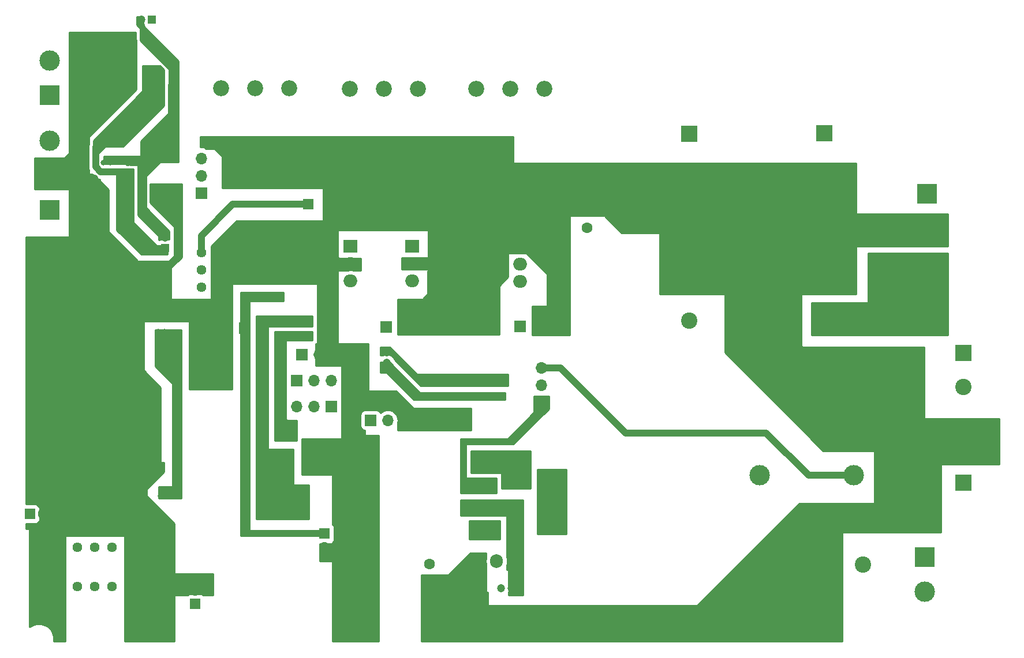
<source format=gbl>
G04 #@! TF.GenerationSoftware,KiCad,Pcbnew,(5.1.2)-2*
G04 #@! TF.CreationDate,2021-06-28T19:19:26-03:00*
G04 #@! TF.ProjectId,Amplificador_v2,416d706c-6966-4696-9361-646f725f7632,rev?*
G04 #@! TF.SameCoordinates,Original*
G04 #@! TF.FileFunction,Copper,L2,Bot*
G04 #@! TF.FilePolarity,Positive*
%FSLAX46Y46*%
G04 Gerber Fmt 4.6, Leading zero omitted, Abs format (unit mm)*
G04 Created by KiCad (PCBNEW (5.1.2)-2) date 2021-06-28 19:19:26*
%MOMM*%
%LPD*%
G04 APERTURE LIST*
%ADD10C,1.440000*%
%ADD11C,2.340000*%
%ADD12C,1.200000*%
%ADD13R,1.200000X1.200000*%
%ADD14O,1.700000X1.700000*%
%ADD15R,1.700000X1.700000*%
%ADD16C,3.000000*%
%ADD17R,3.000000X3.000000*%
%ADD18C,1.600000*%
%ADD19R,1.600000X1.600000*%
%ADD20C,2.400000*%
%ADD21R,2.400000X2.400000*%
%ADD22O,2.000000X1.905000*%
%ADD23R,2.000000X1.905000*%
%ADD24O,1.905000X2.000000*%
%ADD25R,1.905000X2.000000*%
%ADD26C,0.100000*%
%ADD27C,1.350000*%
%ADD28R,3.500000X2.300000*%
%ADD29C,0.975000*%
%ADD30C,0.800000*%
%ADD31C,0.381000*%
%ADD32C,0.600000*%
%ADD33C,0.431800*%
%ADD34C,1.000000*%
%ADD35C,0.254000*%
G04 APERTURE END LIST*
D10*
X73850500Y-123825000D03*
X73850500Y-121285000D03*
X73850500Y-118745000D03*
D11*
X124206000Y-94742000D03*
X119206000Y-94742000D03*
X114206000Y-94742000D03*
X105664000Y-94742000D03*
X100664000Y-94742000D03*
X95664000Y-94742000D03*
X86741000Y-94678500D03*
X81741000Y-94678500D03*
X76741000Y-94678500D03*
D12*
X68500000Y-116600000D03*
D13*
X68500000Y-118100000D03*
D14*
X73900000Y-104960000D03*
X73900000Y-107500000D03*
D15*
X73900000Y-110040000D03*
D16*
X51600000Y-90620000D03*
D17*
X51600000Y-95700000D03*
D16*
X51600000Y-102340000D03*
X51600000Y-107420000D03*
D17*
X51600000Y-112500000D03*
D12*
X65100000Y-84600000D03*
D13*
X66600000Y-84600000D03*
D14*
X77660500Y-129857500D03*
D15*
X80200500Y-129857500D03*
D14*
X123190000Y-129603500D03*
D15*
X120650000Y-129603500D03*
D14*
X103505000Y-129667000D03*
D15*
X100965000Y-129667000D03*
D18*
X91948000Y-162020000D03*
D19*
X91948000Y-160020000D03*
D18*
X107315000Y-164521000D03*
D19*
X107315000Y-168021000D03*
D18*
X50704500Y-157162500D03*
D19*
X48704500Y-157162500D03*
D18*
X72961500Y-168370500D03*
D19*
X72961500Y-170370500D03*
D16*
X180000000Y-168580000D03*
D17*
X180000000Y-163500000D03*
D10*
X55689500Y-167767000D03*
X58229500Y-167767000D03*
X60769500Y-167767000D03*
X55689500Y-162052000D03*
X58229500Y-162052000D03*
X60769500Y-162052000D03*
D14*
X91122500Y-133731000D03*
D15*
X88582500Y-133731000D03*
D20*
X185674000Y-147527000D03*
D21*
X185674000Y-152527000D03*
D20*
X185610500Y-138540500D03*
D21*
X185610500Y-133540500D03*
D18*
X130429000Y-115133000D03*
D19*
X130429000Y-111633000D03*
D18*
X89535000Y-115196500D03*
D19*
X89535000Y-111696500D03*
D22*
X95758000Y-122936000D03*
X95758000Y-120396000D03*
D23*
X95758000Y-117856000D03*
D22*
X120650000Y-122999500D03*
X120650000Y-120459500D03*
D23*
X120650000Y-117919500D03*
D22*
X104775000Y-122936000D03*
X104775000Y-120396000D03*
D23*
X104775000Y-117856000D03*
D16*
X180340000Y-120332500D03*
X180340000Y-115252500D03*
D17*
X180340000Y-110172500D03*
D20*
X145415000Y-128785000D03*
D21*
X145415000Y-121285000D03*
D20*
X145415000Y-108846000D03*
D21*
X145415000Y-101346000D03*
D20*
X165227000Y-128912000D03*
D21*
X165227000Y-121412000D03*
D20*
X165227000Y-108782500D03*
D21*
X165227000Y-101282500D03*
D20*
X155942000Y-164592000D03*
X170942000Y-164592000D03*
D14*
X123761500Y-135699500D03*
X123761500Y-138239500D03*
D15*
X123761500Y-140779500D03*
D14*
X101219000Y-143383000D03*
D15*
X98679000Y-143383000D03*
D12*
X101028500Y-134913500D03*
X101028500Y-133413500D03*
D24*
X119697500Y-164084000D03*
X117157500Y-164084000D03*
D25*
X114617500Y-164084000D03*
D26*
G36*
X119787005Y-155806204D02*
G01*
X119811273Y-155809804D01*
X119835072Y-155815765D01*
X119858171Y-155824030D01*
X119880350Y-155834520D01*
X119901393Y-155847132D01*
X119921099Y-155861747D01*
X119939277Y-155878223D01*
X119955753Y-155896401D01*
X119970368Y-155916107D01*
X119982980Y-155937150D01*
X119993470Y-155959329D01*
X120001735Y-155982428D01*
X120007696Y-156006227D01*
X120011296Y-156030495D01*
X120012500Y-156054999D01*
X120012500Y-158905001D01*
X120011296Y-158929505D01*
X120007696Y-158953773D01*
X120001735Y-158977572D01*
X119993470Y-159000671D01*
X119982980Y-159022850D01*
X119970368Y-159043893D01*
X119955753Y-159063599D01*
X119939277Y-159081777D01*
X119921099Y-159098253D01*
X119901393Y-159112868D01*
X119880350Y-159125480D01*
X119858171Y-159135970D01*
X119835072Y-159144235D01*
X119811273Y-159150196D01*
X119787005Y-159153796D01*
X119762501Y-159155000D01*
X118912499Y-159155000D01*
X118887995Y-159153796D01*
X118863727Y-159150196D01*
X118839928Y-159144235D01*
X118816829Y-159135970D01*
X118794650Y-159125480D01*
X118773607Y-159112868D01*
X118753901Y-159098253D01*
X118735723Y-159081777D01*
X118719247Y-159063599D01*
X118704632Y-159043893D01*
X118692020Y-159022850D01*
X118681530Y-159000671D01*
X118673265Y-158977572D01*
X118667304Y-158953773D01*
X118663704Y-158929505D01*
X118662500Y-158905001D01*
X118662500Y-156054999D01*
X118663704Y-156030495D01*
X118667304Y-156006227D01*
X118673265Y-155982428D01*
X118681530Y-155959329D01*
X118692020Y-155937150D01*
X118704632Y-155916107D01*
X118719247Y-155896401D01*
X118735723Y-155878223D01*
X118753901Y-155861747D01*
X118773607Y-155847132D01*
X118794650Y-155834520D01*
X118816829Y-155824030D01*
X118839928Y-155815765D01*
X118863727Y-155809804D01*
X118887995Y-155806204D01*
X118912499Y-155805000D01*
X119762501Y-155805000D01*
X119787005Y-155806204D01*
X119787005Y-155806204D01*
G37*
D27*
X119337500Y-157480000D03*
D26*
G36*
X125587005Y-155806204D02*
G01*
X125611273Y-155809804D01*
X125635072Y-155815765D01*
X125658171Y-155824030D01*
X125680350Y-155834520D01*
X125701393Y-155847132D01*
X125721099Y-155861747D01*
X125739277Y-155878223D01*
X125755753Y-155896401D01*
X125770368Y-155916107D01*
X125782980Y-155937150D01*
X125793470Y-155959329D01*
X125801735Y-155982428D01*
X125807696Y-156006227D01*
X125811296Y-156030495D01*
X125812500Y-156054999D01*
X125812500Y-158905001D01*
X125811296Y-158929505D01*
X125807696Y-158953773D01*
X125801735Y-158977572D01*
X125793470Y-159000671D01*
X125782980Y-159022850D01*
X125770368Y-159043893D01*
X125755753Y-159063599D01*
X125739277Y-159081777D01*
X125721099Y-159098253D01*
X125701393Y-159112868D01*
X125680350Y-159125480D01*
X125658171Y-159135970D01*
X125635072Y-159144235D01*
X125611273Y-159150196D01*
X125587005Y-159153796D01*
X125562501Y-159155000D01*
X124712499Y-159155000D01*
X124687995Y-159153796D01*
X124663727Y-159150196D01*
X124639928Y-159144235D01*
X124616829Y-159135970D01*
X124594650Y-159125480D01*
X124573607Y-159112868D01*
X124553901Y-159098253D01*
X124535723Y-159081777D01*
X124519247Y-159063599D01*
X124504632Y-159043893D01*
X124492020Y-159022850D01*
X124481530Y-159000671D01*
X124473265Y-158977572D01*
X124467304Y-158953773D01*
X124463704Y-158929505D01*
X124462500Y-158905001D01*
X124462500Y-156054999D01*
X124463704Y-156030495D01*
X124467304Y-156006227D01*
X124473265Y-155982428D01*
X124481530Y-155959329D01*
X124492020Y-155937150D01*
X124504632Y-155916107D01*
X124519247Y-155896401D01*
X124535723Y-155878223D01*
X124553901Y-155861747D01*
X124573607Y-155847132D01*
X124594650Y-155834520D01*
X124616829Y-155824030D01*
X124639928Y-155815765D01*
X124663727Y-155809804D01*
X124687995Y-155806204D01*
X124712499Y-155805000D01*
X125562501Y-155805000D01*
X125587005Y-155806204D01*
X125587005Y-155806204D01*
G37*
D27*
X125137500Y-157480000D03*
D16*
X169550002Y-151500000D03*
X155750001Y-151500000D03*
D28*
X119728000Y-152082500D03*
X125128000Y-152082500D03*
D26*
G36*
X114716642Y-158248674D02*
G01*
X114740303Y-158252184D01*
X114763507Y-158257996D01*
X114786029Y-158266054D01*
X114807653Y-158276282D01*
X114828170Y-158288579D01*
X114847383Y-158302829D01*
X114865107Y-158318893D01*
X114881171Y-158336617D01*
X114895421Y-158355830D01*
X114907718Y-158376347D01*
X114917946Y-158397971D01*
X114926004Y-158420493D01*
X114931816Y-158443697D01*
X114935326Y-158467358D01*
X114936500Y-158491250D01*
X114936500Y-158978750D01*
X114935326Y-159002642D01*
X114931816Y-159026303D01*
X114926004Y-159049507D01*
X114917946Y-159072029D01*
X114907718Y-159093653D01*
X114895421Y-159114170D01*
X114881171Y-159133383D01*
X114865107Y-159151107D01*
X114847383Y-159167171D01*
X114828170Y-159181421D01*
X114807653Y-159193718D01*
X114786029Y-159203946D01*
X114763507Y-159212004D01*
X114740303Y-159217816D01*
X114716642Y-159221326D01*
X114692750Y-159222500D01*
X113780250Y-159222500D01*
X113756358Y-159221326D01*
X113732697Y-159217816D01*
X113709493Y-159212004D01*
X113686971Y-159203946D01*
X113665347Y-159193718D01*
X113644830Y-159181421D01*
X113625617Y-159167171D01*
X113607893Y-159151107D01*
X113591829Y-159133383D01*
X113577579Y-159114170D01*
X113565282Y-159093653D01*
X113555054Y-159072029D01*
X113546996Y-159049507D01*
X113541184Y-159026303D01*
X113537674Y-159002642D01*
X113536500Y-158978750D01*
X113536500Y-158491250D01*
X113537674Y-158467358D01*
X113541184Y-158443697D01*
X113546996Y-158420493D01*
X113555054Y-158397971D01*
X113565282Y-158376347D01*
X113577579Y-158355830D01*
X113591829Y-158336617D01*
X113607893Y-158318893D01*
X113625617Y-158302829D01*
X113644830Y-158288579D01*
X113665347Y-158276282D01*
X113686971Y-158266054D01*
X113709493Y-158257996D01*
X113732697Y-158252184D01*
X113756358Y-158248674D01*
X113780250Y-158247500D01*
X114692750Y-158247500D01*
X114716642Y-158248674D01*
X114716642Y-158248674D01*
G37*
D29*
X114236500Y-158735000D03*
D26*
G36*
X114716642Y-156373674D02*
G01*
X114740303Y-156377184D01*
X114763507Y-156382996D01*
X114786029Y-156391054D01*
X114807653Y-156401282D01*
X114828170Y-156413579D01*
X114847383Y-156427829D01*
X114865107Y-156443893D01*
X114881171Y-156461617D01*
X114895421Y-156480830D01*
X114907718Y-156501347D01*
X114917946Y-156522971D01*
X114926004Y-156545493D01*
X114931816Y-156568697D01*
X114935326Y-156592358D01*
X114936500Y-156616250D01*
X114936500Y-157103750D01*
X114935326Y-157127642D01*
X114931816Y-157151303D01*
X114926004Y-157174507D01*
X114917946Y-157197029D01*
X114907718Y-157218653D01*
X114895421Y-157239170D01*
X114881171Y-157258383D01*
X114865107Y-157276107D01*
X114847383Y-157292171D01*
X114828170Y-157306421D01*
X114807653Y-157318718D01*
X114786029Y-157328946D01*
X114763507Y-157337004D01*
X114740303Y-157342816D01*
X114716642Y-157346326D01*
X114692750Y-157347500D01*
X113780250Y-157347500D01*
X113756358Y-157346326D01*
X113732697Y-157342816D01*
X113709493Y-157337004D01*
X113686971Y-157328946D01*
X113665347Y-157318718D01*
X113644830Y-157306421D01*
X113625617Y-157292171D01*
X113607893Y-157276107D01*
X113591829Y-157258383D01*
X113577579Y-157239170D01*
X113565282Y-157218653D01*
X113555054Y-157197029D01*
X113546996Y-157174507D01*
X113541184Y-157151303D01*
X113537674Y-157127642D01*
X113536500Y-157103750D01*
X113536500Y-156616250D01*
X113537674Y-156592358D01*
X113541184Y-156568697D01*
X113546996Y-156545493D01*
X113555054Y-156522971D01*
X113565282Y-156501347D01*
X113577579Y-156480830D01*
X113591829Y-156461617D01*
X113607893Y-156443893D01*
X113625617Y-156427829D01*
X113644830Y-156413579D01*
X113665347Y-156401282D01*
X113686971Y-156391054D01*
X113709493Y-156382996D01*
X113732697Y-156377184D01*
X113756358Y-156373674D01*
X113780250Y-156372500D01*
X114692750Y-156372500D01*
X114716642Y-156373674D01*
X114716642Y-156373674D01*
G37*
D29*
X114236500Y-156860000D03*
D26*
G36*
X117002642Y-158248674D02*
G01*
X117026303Y-158252184D01*
X117049507Y-158257996D01*
X117072029Y-158266054D01*
X117093653Y-158276282D01*
X117114170Y-158288579D01*
X117133383Y-158302829D01*
X117151107Y-158318893D01*
X117167171Y-158336617D01*
X117181421Y-158355830D01*
X117193718Y-158376347D01*
X117203946Y-158397971D01*
X117212004Y-158420493D01*
X117217816Y-158443697D01*
X117221326Y-158467358D01*
X117222500Y-158491250D01*
X117222500Y-158978750D01*
X117221326Y-159002642D01*
X117217816Y-159026303D01*
X117212004Y-159049507D01*
X117203946Y-159072029D01*
X117193718Y-159093653D01*
X117181421Y-159114170D01*
X117167171Y-159133383D01*
X117151107Y-159151107D01*
X117133383Y-159167171D01*
X117114170Y-159181421D01*
X117093653Y-159193718D01*
X117072029Y-159203946D01*
X117049507Y-159212004D01*
X117026303Y-159217816D01*
X117002642Y-159221326D01*
X116978750Y-159222500D01*
X116066250Y-159222500D01*
X116042358Y-159221326D01*
X116018697Y-159217816D01*
X115995493Y-159212004D01*
X115972971Y-159203946D01*
X115951347Y-159193718D01*
X115930830Y-159181421D01*
X115911617Y-159167171D01*
X115893893Y-159151107D01*
X115877829Y-159133383D01*
X115863579Y-159114170D01*
X115851282Y-159093653D01*
X115841054Y-159072029D01*
X115832996Y-159049507D01*
X115827184Y-159026303D01*
X115823674Y-159002642D01*
X115822500Y-158978750D01*
X115822500Y-158491250D01*
X115823674Y-158467358D01*
X115827184Y-158443697D01*
X115832996Y-158420493D01*
X115841054Y-158397971D01*
X115851282Y-158376347D01*
X115863579Y-158355830D01*
X115877829Y-158336617D01*
X115893893Y-158318893D01*
X115911617Y-158302829D01*
X115930830Y-158288579D01*
X115951347Y-158276282D01*
X115972971Y-158266054D01*
X115995493Y-158257996D01*
X116018697Y-158252184D01*
X116042358Y-158248674D01*
X116066250Y-158247500D01*
X116978750Y-158247500D01*
X117002642Y-158248674D01*
X117002642Y-158248674D01*
G37*
D29*
X116522500Y-158735000D03*
D26*
G36*
X117002642Y-156373674D02*
G01*
X117026303Y-156377184D01*
X117049507Y-156382996D01*
X117072029Y-156391054D01*
X117093653Y-156401282D01*
X117114170Y-156413579D01*
X117133383Y-156427829D01*
X117151107Y-156443893D01*
X117167171Y-156461617D01*
X117181421Y-156480830D01*
X117193718Y-156501347D01*
X117203946Y-156522971D01*
X117212004Y-156545493D01*
X117217816Y-156568697D01*
X117221326Y-156592358D01*
X117222500Y-156616250D01*
X117222500Y-157103750D01*
X117221326Y-157127642D01*
X117217816Y-157151303D01*
X117212004Y-157174507D01*
X117203946Y-157197029D01*
X117193718Y-157218653D01*
X117181421Y-157239170D01*
X117167171Y-157258383D01*
X117151107Y-157276107D01*
X117133383Y-157292171D01*
X117114170Y-157306421D01*
X117093653Y-157318718D01*
X117072029Y-157328946D01*
X117049507Y-157337004D01*
X117026303Y-157342816D01*
X117002642Y-157346326D01*
X116978750Y-157347500D01*
X116066250Y-157347500D01*
X116042358Y-157346326D01*
X116018697Y-157342816D01*
X115995493Y-157337004D01*
X115972971Y-157328946D01*
X115951347Y-157318718D01*
X115930830Y-157306421D01*
X115911617Y-157292171D01*
X115893893Y-157276107D01*
X115877829Y-157258383D01*
X115863579Y-157239170D01*
X115851282Y-157218653D01*
X115841054Y-157197029D01*
X115832996Y-157174507D01*
X115827184Y-157151303D01*
X115823674Y-157127642D01*
X115822500Y-157103750D01*
X115822500Y-156616250D01*
X115823674Y-156592358D01*
X115827184Y-156568697D01*
X115832996Y-156545493D01*
X115841054Y-156522971D01*
X115851282Y-156501347D01*
X115863579Y-156480830D01*
X115877829Y-156461617D01*
X115893893Y-156443893D01*
X115911617Y-156427829D01*
X115930830Y-156413579D01*
X115951347Y-156401282D01*
X115972971Y-156391054D01*
X115995493Y-156382996D01*
X116018697Y-156377184D01*
X116042358Y-156373674D01*
X116066250Y-156372500D01*
X116978750Y-156372500D01*
X117002642Y-156373674D01*
X117002642Y-156373674D01*
G37*
D29*
X116522500Y-156860000D03*
D26*
G36*
X116812142Y-151898674D02*
G01*
X116835803Y-151902184D01*
X116859007Y-151907996D01*
X116881529Y-151916054D01*
X116903153Y-151926282D01*
X116923670Y-151938579D01*
X116942883Y-151952829D01*
X116960607Y-151968893D01*
X116976671Y-151986617D01*
X116990921Y-152005830D01*
X117003218Y-152026347D01*
X117013446Y-152047971D01*
X117021504Y-152070493D01*
X117027316Y-152093697D01*
X117030826Y-152117358D01*
X117032000Y-152141250D01*
X117032000Y-152628750D01*
X117030826Y-152652642D01*
X117027316Y-152676303D01*
X117021504Y-152699507D01*
X117013446Y-152722029D01*
X117003218Y-152743653D01*
X116990921Y-152764170D01*
X116976671Y-152783383D01*
X116960607Y-152801107D01*
X116942883Y-152817171D01*
X116923670Y-152831421D01*
X116903153Y-152843718D01*
X116881529Y-152853946D01*
X116859007Y-152862004D01*
X116835803Y-152867816D01*
X116812142Y-152871326D01*
X116788250Y-152872500D01*
X115875750Y-152872500D01*
X115851858Y-152871326D01*
X115828197Y-152867816D01*
X115804993Y-152862004D01*
X115782471Y-152853946D01*
X115760847Y-152843718D01*
X115740330Y-152831421D01*
X115721117Y-152817171D01*
X115703393Y-152801107D01*
X115687329Y-152783383D01*
X115673079Y-152764170D01*
X115660782Y-152743653D01*
X115650554Y-152722029D01*
X115642496Y-152699507D01*
X115636684Y-152676303D01*
X115633174Y-152652642D01*
X115632000Y-152628750D01*
X115632000Y-152141250D01*
X115633174Y-152117358D01*
X115636684Y-152093697D01*
X115642496Y-152070493D01*
X115650554Y-152047971D01*
X115660782Y-152026347D01*
X115673079Y-152005830D01*
X115687329Y-151986617D01*
X115703393Y-151968893D01*
X115721117Y-151952829D01*
X115740330Y-151938579D01*
X115760847Y-151926282D01*
X115782471Y-151916054D01*
X115804993Y-151907996D01*
X115828197Y-151902184D01*
X115851858Y-151898674D01*
X115875750Y-151897500D01*
X116788250Y-151897500D01*
X116812142Y-151898674D01*
X116812142Y-151898674D01*
G37*
D29*
X116332000Y-152385000D03*
D26*
G36*
X116812142Y-150023674D02*
G01*
X116835803Y-150027184D01*
X116859007Y-150032996D01*
X116881529Y-150041054D01*
X116903153Y-150051282D01*
X116923670Y-150063579D01*
X116942883Y-150077829D01*
X116960607Y-150093893D01*
X116976671Y-150111617D01*
X116990921Y-150130830D01*
X117003218Y-150151347D01*
X117013446Y-150172971D01*
X117021504Y-150195493D01*
X117027316Y-150218697D01*
X117030826Y-150242358D01*
X117032000Y-150266250D01*
X117032000Y-150753750D01*
X117030826Y-150777642D01*
X117027316Y-150801303D01*
X117021504Y-150824507D01*
X117013446Y-150847029D01*
X117003218Y-150868653D01*
X116990921Y-150889170D01*
X116976671Y-150908383D01*
X116960607Y-150926107D01*
X116942883Y-150942171D01*
X116923670Y-150956421D01*
X116903153Y-150968718D01*
X116881529Y-150978946D01*
X116859007Y-150987004D01*
X116835803Y-150992816D01*
X116812142Y-150996326D01*
X116788250Y-150997500D01*
X115875750Y-150997500D01*
X115851858Y-150996326D01*
X115828197Y-150992816D01*
X115804993Y-150987004D01*
X115782471Y-150978946D01*
X115760847Y-150968718D01*
X115740330Y-150956421D01*
X115721117Y-150942171D01*
X115703393Y-150926107D01*
X115687329Y-150908383D01*
X115673079Y-150889170D01*
X115660782Y-150868653D01*
X115650554Y-150847029D01*
X115642496Y-150824507D01*
X115636684Y-150801303D01*
X115633174Y-150777642D01*
X115632000Y-150753750D01*
X115632000Y-150266250D01*
X115633174Y-150242358D01*
X115636684Y-150218697D01*
X115642496Y-150195493D01*
X115650554Y-150172971D01*
X115660782Y-150151347D01*
X115673079Y-150130830D01*
X115687329Y-150111617D01*
X115703393Y-150093893D01*
X115721117Y-150077829D01*
X115740330Y-150063579D01*
X115760847Y-150051282D01*
X115782471Y-150041054D01*
X115804993Y-150032996D01*
X115828197Y-150027184D01*
X115851858Y-150023674D01*
X115875750Y-150022500D01*
X116788250Y-150022500D01*
X116812142Y-150023674D01*
X116812142Y-150023674D01*
G37*
D29*
X116332000Y-150510000D03*
D12*
X117816500Y-168084500D03*
X119316500Y-168084500D03*
D26*
G36*
X114526142Y-151898674D02*
G01*
X114549803Y-151902184D01*
X114573007Y-151907996D01*
X114595529Y-151916054D01*
X114617153Y-151926282D01*
X114637670Y-151938579D01*
X114656883Y-151952829D01*
X114674607Y-151968893D01*
X114690671Y-151986617D01*
X114704921Y-152005830D01*
X114717218Y-152026347D01*
X114727446Y-152047971D01*
X114735504Y-152070493D01*
X114741316Y-152093697D01*
X114744826Y-152117358D01*
X114746000Y-152141250D01*
X114746000Y-152628750D01*
X114744826Y-152652642D01*
X114741316Y-152676303D01*
X114735504Y-152699507D01*
X114727446Y-152722029D01*
X114717218Y-152743653D01*
X114704921Y-152764170D01*
X114690671Y-152783383D01*
X114674607Y-152801107D01*
X114656883Y-152817171D01*
X114637670Y-152831421D01*
X114617153Y-152843718D01*
X114595529Y-152853946D01*
X114573007Y-152862004D01*
X114549803Y-152867816D01*
X114526142Y-152871326D01*
X114502250Y-152872500D01*
X113589750Y-152872500D01*
X113565858Y-152871326D01*
X113542197Y-152867816D01*
X113518993Y-152862004D01*
X113496471Y-152853946D01*
X113474847Y-152843718D01*
X113454330Y-152831421D01*
X113435117Y-152817171D01*
X113417393Y-152801107D01*
X113401329Y-152783383D01*
X113387079Y-152764170D01*
X113374782Y-152743653D01*
X113364554Y-152722029D01*
X113356496Y-152699507D01*
X113350684Y-152676303D01*
X113347174Y-152652642D01*
X113346000Y-152628750D01*
X113346000Y-152141250D01*
X113347174Y-152117358D01*
X113350684Y-152093697D01*
X113356496Y-152070493D01*
X113364554Y-152047971D01*
X113374782Y-152026347D01*
X113387079Y-152005830D01*
X113401329Y-151986617D01*
X113417393Y-151968893D01*
X113435117Y-151952829D01*
X113454330Y-151938579D01*
X113474847Y-151926282D01*
X113496471Y-151916054D01*
X113518993Y-151907996D01*
X113542197Y-151902184D01*
X113565858Y-151898674D01*
X113589750Y-151897500D01*
X114502250Y-151897500D01*
X114526142Y-151898674D01*
X114526142Y-151898674D01*
G37*
D29*
X114046000Y-152385000D03*
D26*
G36*
X114526142Y-150023674D02*
G01*
X114549803Y-150027184D01*
X114573007Y-150032996D01*
X114595529Y-150041054D01*
X114617153Y-150051282D01*
X114637670Y-150063579D01*
X114656883Y-150077829D01*
X114674607Y-150093893D01*
X114690671Y-150111617D01*
X114704921Y-150130830D01*
X114717218Y-150151347D01*
X114727446Y-150172971D01*
X114735504Y-150195493D01*
X114741316Y-150218697D01*
X114744826Y-150242358D01*
X114746000Y-150266250D01*
X114746000Y-150753750D01*
X114744826Y-150777642D01*
X114741316Y-150801303D01*
X114735504Y-150824507D01*
X114727446Y-150847029D01*
X114717218Y-150868653D01*
X114704921Y-150889170D01*
X114690671Y-150908383D01*
X114674607Y-150926107D01*
X114656883Y-150942171D01*
X114637670Y-150956421D01*
X114617153Y-150968718D01*
X114595529Y-150978946D01*
X114573007Y-150987004D01*
X114549803Y-150992816D01*
X114526142Y-150996326D01*
X114502250Y-150997500D01*
X113589750Y-150997500D01*
X113565858Y-150996326D01*
X113542197Y-150992816D01*
X113518993Y-150987004D01*
X113496471Y-150978946D01*
X113474847Y-150968718D01*
X113454330Y-150956421D01*
X113435117Y-150942171D01*
X113417393Y-150926107D01*
X113401329Y-150908383D01*
X113387079Y-150889170D01*
X113374782Y-150868653D01*
X113364554Y-150847029D01*
X113356496Y-150824507D01*
X113350684Y-150801303D01*
X113347174Y-150777642D01*
X113346000Y-150753750D01*
X113346000Y-150266250D01*
X113347174Y-150242358D01*
X113350684Y-150218697D01*
X113356496Y-150195493D01*
X113364554Y-150172971D01*
X113374782Y-150151347D01*
X113387079Y-150130830D01*
X113401329Y-150111617D01*
X113417393Y-150093893D01*
X113435117Y-150077829D01*
X113454330Y-150063579D01*
X113474847Y-150051282D01*
X113496471Y-150041054D01*
X113518993Y-150032996D01*
X113542197Y-150027184D01*
X113565858Y-150023674D01*
X113589750Y-150022500D01*
X114502250Y-150022500D01*
X114526142Y-150023674D01*
X114526142Y-150023674D01*
G37*
D29*
X114046000Y-150510000D03*
D14*
X87882500Y-141414500D03*
X90422500Y-141414500D03*
D15*
X92962500Y-141414500D03*
D14*
X92962500Y-137604500D03*
X90422500Y-137604500D03*
D15*
X87882500Y-137604500D03*
D30*
X102400000Y-102900000D03*
X102400000Y-103900000D03*
X102400000Y-104900000D03*
X76200000Y-102600000D03*
X75200000Y-102600000D03*
X74200000Y-102600000D03*
X55400000Y-99200000D03*
X55400000Y-100100000D03*
X55400000Y-101000000D03*
X66800000Y-109600000D03*
X67400000Y-110300000D03*
X58300000Y-117100000D03*
X58300000Y-118000000D03*
X58300000Y-118900000D03*
X58300000Y-108800000D03*
X58300000Y-107800000D03*
X63800000Y-88400000D03*
X63800000Y-87500000D03*
X57600000Y-86900000D03*
X56700000Y-86900000D03*
X125349000Y-126555500D03*
X126365000Y-126555500D03*
X127381000Y-126555500D03*
X52133500Y-141224000D03*
X53086000Y-141224000D03*
X60769500Y-147447000D03*
X63754000Y-136461500D03*
X63754000Y-137350500D03*
X61277500Y-137668000D03*
X60388500Y-137668000D03*
X60896500Y-128778000D03*
X60896500Y-129667000D03*
X60896500Y-130556000D03*
X52133500Y-136334500D03*
X53086000Y-136334500D03*
X54038500Y-136334500D03*
X73469500Y-138049000D03*
X72453500Y-138049000D03*
X68072000Y-159512000D03*
X68072000Y-160528000D03*
X66992500Y-150876000D03*
X67881500Y-150876000D03*
X50800000Y-152209500D03*
X51689000Y-152209500D03*
X54673500Y-156337000D03*
X54673500Y-157226000D03*
X60579000Y-155067000D03*
X59690000Y-155067000D03*
X96139000Y-140652500D03*
X102870000Y-141986000D03*
X112585500Y-142250000D03*
X112585500Y-144526000D03*
X95059500Y-147510500D03*
X96456500Y-152844500D03*
X96456500Y-153733500D03*
X95186500Y-158305500D03*
X95186500Y-159258000D03*
X95948500Y-164401500D03*
X98044000Y-164401500D03*
X97028000Y-164401500D03*
X89916000Y-149000000D03*
X90898000Y-149000000D03*
X60769500Y-148336000D03*
X96139000Y-139611000D03*
X112585500Y-143414500D03*
X181200000Y-149400000D03*
X181200000Y-148500000D03*
X67400000Y-92100000D03*
X67900000Y-92800000D03*
X63300000Y-106900000D03*
X62400000Y-106900000D03*
X63800000Y-98000000D03*
X63800000Y-98900000D03*
X118300500Y-137668000D03*
X108458000Y-137414000D03*
X86233000Y-156400500D03*
X86233000Y-157353000D03*
X88963500Y-129095500D03*
X88011000Y-129095500D03*
X86995000Y-129095500D03*
X102997000Y-134683500D03*
X86233000Y-155517000D03*
X82740500Y-134048500D03*
X82740500Y-135001000D03*
X82740500Y-135953500D03*
X82740500Y-136969500D03*
X84201000Y-124968000D03*
X85153500Y-124968000D03*
X67881500Y-154495500D03*
X68770500Y-154495500D03*
X67500500Y-130365500D03*
X68453000Y-130365500D03*
X59500000Y-105600000D03*
X60500000Y-105600000D03*
X88000000Y-130810000D03*
X87000000Y-130810000D03*
X117157500Y-140081000D03*
X107378500Y-139954000D03*
X86487000Y-145732500D03*
X87439500Y-145732500D03*
X89000000Y-130810000D03*
X85100000Y-135100000D03*
X85100000Y-138200000D03*
X85100000Y-136100000D03*
X85100000Y-137100000D03*
X114046000Y-153606500D03*
X115316000Y-153606500D03*
X114046000Y-148717000D03*
X115125500Y-148717000D03*
X116205000Y-148717000D03*
X114046000Y-160274000D03*
X115062000Y-160274000D03*
X116078000Y-160274000D03*
X113347500Y-155575000D03*
X114236500Y-155575000D03*
X112458500Y-155575000D03*
X119697500Y-161502500D03*
X119316500Y-166783500D03*
X120350000Y-166025000D03*
D31*
X95186500Y-155003500D02*
X95186500Y-158305500D01*
X96456500Y-153733500D02*
X95186500Y-155003500D01*
X95948500Y-160020000D02*
X95186500Y-159258000D01*
X95948500Y-164401500D02*
X95948500Y-160020000D01*
X97028000Y-164401500D02*
X95948500Y-164401500D01*
X98044000Y-164401500D02*
X97028000Y-164401500D01*
X94266000Y-164401500D02*
X95948500Y-164401500D01*
X91948000Y-162083500D02*
X94266000Y-164401500D01*
X96456500Y-148907500D02*
X95059500Y-147510500D01*
X96456500Y-152844500D02*
X96456500Y-148907500D01*
X114617500Y-164131500D02*
X114617500Y-164084000D01*
X112061500Y-166687500D02*
X114617500Y-164131500D01*
X93218000Y-149352000D02*
X95059500Y-147510500D01*
X89916000Y-149352000D02*
X93218000Y-149352000D01*
X112585500Y-142049500D02*
X112585500Y-143414500D01*
X105410000Y-144526000D02*
X112585500Y-144526000D01*
X95059500Y-147510500D02*
X96139000Y-146431000D01*
X96139000Y-140652500D02*
X96139000Y-139611000D01*
X96139000Y-138493500D02*
X96139000Y-138366500D01*
X108691000Y-166687500D02*
X107378500Y-168000000D01*
X112061500Y-166687500D02*
X108691000Y-166687500D01*
D32*
X145542000Y-121412000D02*
X145415000Y-121285000D01*
X145415000Y-108846000D02*
X145415000Y-121285000D01*
X165227000Y-108782500D02*
X165227000Y-110479556D01*
X165354000Y-115252500D02*
X165227000Y-115379500D01*
X180340000Y-115252500D02*
X165354000Y-115252500D01*
X165227000Y-110479556D02*
X165227000Y-115379500D01*
X165227000Y-115379500D02*
X165227000Y-121412000D01*
X108178499Y-168799999D02*
X108178499Y-168820999D01*
X107378500Y-168000000D02*
X108178499Y-168799999D01*
X108178499Y-168820999D02*
X110617000Y-171259500D01*
X148240500Y-171259500D02*
X156000000Y-163500000D01*
X110617000Y-171259500D02*
X148240500Y-171259500D01*
X157199999Y-162300001D02*
X157199999Y-162268501D01*
X156000000Y-163500000D02*
X157199999Y-162300001D01*
X165227000Y-121412000D02*
X157416500Y-121412000D01*
X157199999Y-162268501D02*
X160655000Y-158813500D01*
X160655000Y-158813500D02*
X170624500Y-158813500D01*
X170624500Y-158813500D02*
X173037500Y-156400500D01*
X157416500Y-121412000D02*
X155765500Y-121412000D01*
X155765500Y-121412000D02*
X145542000Y-121412000D01*
D33*
X63436500Y-137668000D02*
X63754000Y-137350500D01*
X61277500Y-137668000D02*
X63436500Y-137668000D01*
X63754000Y-133413500D02*
X60896500Y-130556000D01*
X63754000Y-136461500D02*
X63754000Y-133413500D01*
X61277500Y-137668000D02*
X60388500Y-137668000D01*
X60896500Y-130556000D02*
X60896500Y-129667000D01*
X60896500Y-129667000D02*
X60896500Y-128778000D01*
X56451500Y-147447000D02*
X51689000Y-152209500D01*
X60769500Y-147447000D02*
X56451500Y-147447000D01*
X55943500Y-155067000D02*
X54673500Y-156337000D01*
X59690000Y-155067000D02*
X55943500Y-155067000D01*
X67881500Y-150876000D02*
X66992500Y-150876000D01*
X68072000Y-159512000D02*
X68072000Y-160528000D01*
X59690000Y-155067000D02*
X60579000Y-155067000D01*
X62801500Y-155067000D02*
X66992500Y-150876000D01*
X60579000Y-155067000D02*
X62801500Y-155067000D01*
X52133500Y-136334500D02*
X53086000Y-136334500D01*
X53086000Y-136334500D02*
X54038500Y-136334500D01*
X55372000Y-137668000D02*
X60388500Y-137668000D01*
X54038500Y-136334500D02*
X55372000Y-137668000D01*
X66846501Y-159112001D02*
X62801500Y-155067000D01*
X67672001Y-159112001D02*
X66846501Y-159112001D01*
X68072000Y-159512000D02*
X67672001Y-159112001D01*
X72453500Y-138049000D02*
X73469500Y-138049000D01*
X63754000Y-136461500D02*
X63754000Y-131445000D01*
X73469500Y-133794500D02*
X73469500Y-138049000D01*
X66992500Y-140589000D02*
X66992500Y-150876000D01*
X63754000Y-137350500D02*
X66992500Y-140589000D01*
D31*
X96139000Y-146431000D02*
X96139000Y-140652500D01*
D33*
X52133500Y-141224000D02*
X53086000Y-141224000D01*
X52133500Y-137287000D02*
X52133500Y-136334500D01*
X52133500Y-141224000D02*
X52133500Y-137287000D01*
X56451500Y-144589500D02*
X53086000Y-141224000D01*
X56451500Y-147447000D02*
X56451500Y-144589500D01*
X51689000Y-152209500D02*
X50800000Y-152209500D01*
X90334999Y-115996499D02*
X89535000Y-115196500D01*
X94734500Y-120396000D02*
X90334999Y-115996499D01*
X95758000Y-120396000D02*
X94734500Y-120396000D01*
X92324581Y-133731000D02*
X91122500Y-133731000D01*
X96139000Y-138493500D02*
X96139000Y-137545419D01*
X106206800Y-120396000D02*
X104775000Y-120396000D01*
X116741700Y-120396000D02*
X106206800Y-120396000D01*
X119218200Y-117919500D02*
X116741700Y-120396000D01*
X120650000Y-117919500D02*
X119218200Y-117919500D01*
X95758000Y-120396000D02*
X95710500Y-120396000D01*
X129197200Y-111633000D02*
X130429000Y-111633000D01*
X125552200Y-111633000D02*
X129197200Y-111633000D01*
X120650000Y-117919500D02*
X120650000Y-116535200D01*
X120697500Y-117919500D02*
X120650000Y-117919500D01*
X125748999Y-122970999D02*
X120697500Y-117919500D01*
X125748999Y-126155501D02*
X125748999Y-122970999D01*
X125349000Y-126555500D02*
X125748999Y-126155501D01*
X145415000Y-119653200D02*
X145415000Y-121285000D01*
X141331800Y-115570000D02*
X145415000Y-119653200D01*
X173037500Y-147764500D02*
X168973500Y-147764500D01*
D32*
X173037500Y-147764500D02*
X173037500Y-144716500D01*
D33*
X155765500Y-134556500D02*
X155765500Y-121412000D01*
X168973500Y-147764500D02*
X155765500Y-134556500D01*
X103343200Y-120396000D02*
X104775000Y-120396000D01*
X91122500Y-132528919D02*
X91122500Y-133731000D01*
X91122500Y-123599700D02*
X91122500Y-132528919D01*
X94326200Y-120396000D02*
X91122500Y-123599700D01*
X95758000Y-120396000D02*
X94326200Y-120396000D01*
X135597800Y-115570000D02*
X141331800Y-115570000D01*
X131660800Y-111633000D02*
X135597800Y-115570000D01*
X130429000Y-111633000D02*
X131660800Y-111633000D01*
X88735001Y-115996499D02*
X77869001Y-115996499D01*
X89535000Y-115196500D02*
X88735001Y-115996499D01*
D32*
X173037500Y-156400500D02*
X173037500Y-149098000D01*
X173037500Y-149098000D02*
X173037500Y-147764500D01*
D33*
X173275000Y-147527000D02*
X173037500Y-147764500D01*
X185674000Y-147527000D02*
X173275000Y-147527000D01*
D31*
X102870000Y-141986000D02*
X105410000Y-144526000D01*
X102870000Y-141986000D02*
X101536500Y-140652500D01*
X101536500Y-140652500D02*
X96139000Y-140652500D01*
X96139000Y-139611000D02*
X96139000Y-138493500D01*
X112585500Y-143414500D02*
X112585500Y-144526000D01*
D33*
X52120000Y-106900000D02*
X51600000Y-107420000D01*
X59500000Y-115900000D02*
X58300000Y-117100000D01*
X58300000Y-117100000D02*
X58300000Y-118000000D01*
X58300000Y-118000000D02*
X58300000Y-118900000D01*
X58200000Y-87500000D02*
X57600000Y-86900000D01*
X63800000Y-87500000D02*
X58200000Y-87500000D01*
X56700000Y-97900000D02*
X55400000Y-99200000D01*
X56700000Y-86900000D02*
X56700000Y-97900000D01*
X56700000Y-86900000D02*
X57600000Y-86900000D01*
X63800000Y-87500000D02*
X63800000Y-88400000D01*
X55400000Y-99200000D02*
X55400000Y-100100000D01*
X55400000Y-100100000D02*
X55400000Y-101000000D01*
X57920000Y-107420000D02*
X58300000Y-107800000D01*
X51600000Y-107420000D02*
X57920000Y-107420000D01*
X58300000Y-107800000D02*
X58300000Y-108800000D01*
X55400000Y-103620000D02*
X51600000Y-107420000D01*
X55400000Y-101000000D02*
X55400000Y-103620000D01*
X59500000Y-110000000D02*
X58300000Y-108800000D01*
X59500000Y-115900000D02*
X59500000Y-110000000D01*
X58300000Y-118900000D02*
X60200000Y-120800000D01*
X69100000Y-120800000D02*
X70700000Y-119200000D01*
X70700000Y-113600000D02*
X67400000Y-110300000D01*
X70700000Y-119200000D02*
X70700000Y-113600000D01*
X77869001Y-115996499D02*
X77432750Y-116432750D01*
X110526915Y-113592600D02*
X123592600Y-113592600D01*
X102400000Y-105465685D02*
X110526915Y-113592600D01*
X102400000Y-104900000D02*
X102400000Y-105465685D01*
X120650000Y-116535200D02*
X123592600Y-113592600D01*
X123592600Y-113592600D02*
X125552200Y-111633000D01*
X60896500Y-120903500D02*
X60896500Y-128778000D01*
X61000000Y-120800000D02*
X60896500Y-120903500D01*
X61000000Y-120800000D02*
X69100000Y-120800000D01*
X60200000Y-120800000D02*
X61000000Y-120800000D01*
X102400000Y-104900000D02*
X102400000Y-103900000D01*
X102400000Y-103900000D02*
X102400000Y-102900000D01*
X76500000Y-102900000D02*
X76200000Y-102600000D01*
X102400000Y-102900000D02*
X76500000Y-102900000D01*
X76200000Y-102600000D02*
X75200000Y-102600000D01*
X74200000Y-102600000D02*
X75200000Y-102600000D01*
D31*
X108712000Y-137668000D02*
X108458000Y-137414000D01*
X118300500Y-137668000D02*
X108712000Y-137668000D01*
D32*
X86741000Y-155892500D02*
X86233000Y-156400500D01*
D31*
X86233000Y-156400500D02*
X86106000Y-156527500D01*
D33*
X86233000Y-156400500D02*
X86233000Y-155834815D01*
X86233000Y-155834815D02*
X84582000Y-154183815D01*
X87947500Y-129095500D02*
X86360000Y-129095500D01*
X87947500Y-129095500D02*
X88900000Y-129095500D01*
X88900000Y-129095500D02*
X89852500Y-129095500D01*
X63300000Y-106900000D02*
X63300000Y-114600000D01*
X66800000Y-118100000D02*
X68500000Y-118100000D01*
X63300000Y-114600000D02*
X66800000Y-118100000D01*
X63300000Y-106900000D02*
X62400000Y-106900000D01*
X63800000Y-98900000D02*
X62800000Y-98900000D01*
X62800000Y-98900000D02*
X58400000Y-103300000D01*
D34*
X58400000Y-103300000D02*
X58400000Y-106200000D01*
X59100000Y-106900000D02*
X62400000Y-106900000D01*
X58400000Y-106200000D02*
X59100000Y-106900000D01*
D33*
X63800000Y-98900000D02*
X63800000Y-98000000D01*
X63800000Y-96900000D02*
X67900000Y-92800000D01*
X63800000Y-98000000D02*
X63800000Y-96900000D01*
X67900000Y-92600000D02*
X67400000Y-92100000D01*
X67900000Y-92800000D02*
X67900000Y-92600000D01*
D31*
X91948000Y-160083500D02*
X85407500Y-160083500D01*
D34*
X80003500Y-111696500D02*
X89535000Y-111696500D01*
X73850500Y-118745000D02*
X73850500Y-116332000D01*
X78486000Y-111696500D02*
X80003500Y-111696500D01*
X73850500Y-116332000D02*
X78486000Y-111696500D01*
D33*
X68852999Y-130765499D02*
X68453000Y-130365500D01*
X69170499Y-131082999D02*
X68852999Y-130765499D01*
X68770500Y-154495500D02*
X69170499Y-154095501D01*
X68770500Y-154495500D02*
X67881500Y-154495500D01*
X68453000Y-130365500D02*
X67500500Y-130365500D01*
D31*
X107505500Y-140081000D02*
X107378500Y-139954000D01*
X117157500Y-140081000D02*
X107505500Y-140081000D01*
X106069000Y-139954000D02*
X101028500Y-134913500D01*
X107378500Y-139954000D02*
X106069000Y-139954000D01*
D33*
X87884000Y-130810000D02*
X88836500Y-130810000D01*
X88836500Y-130810000D02*
X89789000Y-130810000D01*
X68500000Y-115751472D02*
X65300000Y-112551472D01*
X68500000Y-116600000D02*
X68500000Y-115751472D01*
X65300000Y-112551472D02*
X65300000Y-106100000D01*
X64800000Y-105600000D02*
X60500000Y-105600000D01*
X65300000Y-106100000D02*
X64800000Y-105600000D01*
X60500000Y-105600000D02*
X59500000Y-105600000D01*
X65000000Y-105400000D02*
X64800000Y-105600000D01*
X69500000Y-91700000D02*
X69500000Y-94200000D01*
X65100000Y-84600000D02*
X65100000Y-87300000D01*
X65100000Y-87300000D02*
X69500000Y-91700000D01*
D34*
X69500000Y-100900000D02*
X65000000Y-105400000D01*
X69500000Y-94200000D02*
X69500000Y-100900000D01*
D31*
X114046000Y-153606500D02*
X114046000Y-152385000D01*
X116332000Y-152385000D02*
X114046000Y-152385000D01*
X116078000Y-153606500D02*
X115316000Y-153606500D01*
X116332000Y-153352500D02*
X116332000Y-152385000D01*
X116078000Y-153606500D02*
X116332000Y-153352500D01*
X114046000Y-152385000D02*
X112761000Y-152385000D01*
X112761000Y-152385000D02*
X112204500Y-151828500D01*
X112204500Y-151828500D02*
X112204500Y-148018500D01*
X113792000Y-146431000D02*
X119824500Y-146431000D01*
X123761500Y-142494000D02*
X123761500Y-140779500D01*
X119824500Y-146431000D02*
X123761500Y-142494000D01*
X117132000Y-150510000D02*
X116332000Y-150510000D01*
X117555500Y-150510000D02*
X117132000Y-150510000D01*
X119128000Y-152082500D02*
X117555500Y-150510000D01*
X119728000Y-152082500D02*
X119128000Y-152082500D01*
X116332000Y-150510000D02*
X114046000Y-150510000D01*
X116205000Y-149161500D02*
X115125500Y-149161500D01*
X115125500Y-149161500D02*
X114046000Y-149161500D01*
X114046000Y-149161500D02*
X114046000Y-150510000D01*
X114046000Y-158925500D02*
X114236500Y-158735000D01*
X114046000Y-160274000D02*
X114046000Y-158925500D01*
X114236500Y-158735000D02*
X116522500Y-158735000D01*
X116078000Y-159179500D02*
X116522500Y-158735000D01*
X116078000Y-160274000D02*
X116078000Y-159179500D01*
D32*
X171760500Y-128912000D02*
X165227000Y-128912000D01*
X180340000Y-120332500D02*
X171760500Y-128912000D01*
D31*
X114236500Y-156860000D02*
X116522500Y-156860000D01*
X118717500Y-156860000D02*
X119337500Y-157480000D01*
X116522500Y-156860000D02*
X118717500Y-156860000D01*
X114236500Y-155702000D02*
X114109500Y-155575000D01*
X114236500Y-156860000D02*
X114236500Y-155702000D01*
X119697500Y-157840000D02*
X119337500Y-157480000D01*
X119697500Y-164084000D02*
X119697500Y-161502500D01*
X114236500Y-155575000D02*
X113347500Y-155575000D01*
X113347500Y-155575000D02*
X112458500Y-155575000D01*
X119697500Y-161502500D02*
X119697500Y-157840000D01*
D34*
X169550002Y-151500000D02*
X162930000Y-151500000D01*
X162930000Y-151500000D02*
X156718000Y-145288000D01*
X156718000Y-145288000D02*
X136144000Y-145288000D01*
X126555500Y-135699500D02*
X123761500Y-135699500D01*
X136144000Y-145288000D02*
X126555500Y-135699500D01*
D31*
X125137500Y-152092000D02*
X125128000Y-152082500D01*
X125137500Y-157480000D02*
X125137500Y-152092000D01*
D35*
G36*
X87373000Y-152750000D02*
G01*
X87375440Y-152774776D01*
X87382667Y-152798601D01*
X87394403Y-152820557D01*
X87410197Y-152839803D01*
X87429443Y-152855597D01*
X87451399Y-152867333D01*
X87475224Y-152874560D01*
X87500000Y-152877000D01*
X89623000Y-152877000D01*
X89623000Y-157873000D01*
X85802606Y-157873000D01*
X84377000Y-156447394D01*
X84377000Y-147627000D01*
X87373000Y-147627000D01*
X87373000Y-152750000D01*
X87373000Y-152750000D01*
G37*
X87373000Y-152750000D02*
X87375440Y-152774776D01*
X87382667Y-152798601D01*
X87394403Y-152820557D01*
X87410197Y-152839803D01*
X87429443Y-152855597D01*
X87451399Y-152867333D01*
X87475224Y-152874560D01*
X87500000Y-152877000D01*
X89623000Y-152877000D01*
X89623000Y-157873000D01*
X85802606Y-157873000D01*
X84377000Y-156447394D01*
X84377000Y-147627000D01*
X87373000Y-147627000D01*
X87373000Y-152750000D01*
G36*
X105910197Y-139339803D02*
G01*
X105929443Y-139355597D01*
X105951399Y-139367333D01*
X105975224Y-139374560D01*
X106000000Y-139377000D01*
X118373000Y-139377000D01*
X118373000Y-140373000D01*
X105052606Y-140373000D01*
X101089803Y-136410197D01*
X101070557Y-136394403D01*
X101048601Y-136382667D01*
X101024776Y-136375440D01*
X101000000Y-136373000D01*
X100127000Y-136373000D01*
X100127000Y-134877000D01*
X101447394Y-134877000D01*
X105910197Y-139339803D01*
X105910197Y-139339803D01*
G37*
X105910197Y-139339803D02*
X105929443Y-139355597D01*
X105951399Y-139367333D01*
X105975224Y-139374560D01*
X106000000Y-139377000D01*
X118373000Y-139377000D01*
X118373000Y-140373000D01*
X105052606Y-140373000D01*
X101089803Y-136410197D01*
X101070557Y-136394403D01*
X101048601Y-136382667D01*
X101024776Y-136375440D01*
X101000000Y-136373000D01*
X100127000Y-136373000D01*
X100127000Y-134877000D01*
X101447394Y-134877000D01*
X105910197Y-139339803D01*
G36*
X105410197Y-136589803D02*
G01*
X105429443Y-136605597D01*
X105451399Y-136617333D01*
X105475224Y-136624560D01*
X105500000Y-136627000D01*
X118873000Y-136627000D01*
X118873000Y-138373000D01*
X106052606Y-138373000D01*
X102204139Y-134524533D01*
X102122943Y-134328508D01*
X101987787Y-134126233D01*
X101815767Y-133954213D01*
X101613492Y-133819057D01*
X101388736Y-133725960D01*
X101150137Y-133678500D01*
X100906863Y-133678500D01*
X100668264Y-133725960D01*
X100443508Y-133819057D01*
X100362777Y-133873000D01*
X100127000Y-133873000D01*
X100127000Y-132627000D01*
X101447394Y-132627000D01*
X105410197Y-136589803D01*
X105410197Y-136589803D01*
G37*
X105410197Y-136589803D02*
X105429443Y-136605597D01*
X105451399Y-136617333D01*
X105475224Y-136624560D01*
X105500000Y-136627000D01*
X118873000Y-136627000D01*
X118873000Y-138373000D01*
X106052606Y-138373000D01*
X102204139Y-134524533D01*
X102122943Y-134328508D01*
X101987787Y-134126233D01*
X101815767Y-133954213D01*
X101613492Y-133819057D01*
X101388736Y-133725960D01*
X101150137Y-133678500D01*
X100906863Y-133678500D01*
X100668264Y-133725960D01*
X100443508Y-133819057D01*
X100362777Y-133873000D01*
X100127000Y-133873000D01*
X100127000Y-132627000D01*
X101447394Y-132627000D01*
X105410197Y-136589803D01*
G36*
X122123000Y-153373000D02*
G01*
X117877000Y-153373000D01*
X117877000Y-151250000D01*
X117874560Y-151225224D01*
X117867333Y-151201399D01*
X117855597Y-151179443D01*
X117839803Y-151160197D01*
X117820557Y-151144403D01*
X117798601Y-151132667D01*
X117774776Y-151125440D01*
X117750000Y-151123000D01*
X113377000Y-151123000D01*
X113377000Y-147877000D01*
X122123000Y-147877000D01*
X122123000Y-153373000D01*
X122123000Y-153373000D01*
G37*
X122123000Y-153373000D02*
X117877000Y-153373000D01*
X117877000Y-151250000D01*
X117874560Y-151225224D01*
X117867333Y-151201399D01*
X117855597Y-151179443D01*
X117839803Y-151160197D01*
X117820557Y-151144403D01*
X117798601Y-151132667D01*
X117774776Y-151125440D01*
X117750000Y-151123000D01*
X113377000Y-151123000D01*
X113377000Y-147877000D01*
X122123000Y-147877000D01*
X122123000Y-153373000D01*
G36*
X124873000Y-141697394D02*
G01*
X124660433Y-141909961D01*
X119635356Y-146873000D01*
X112750000Y-146873000D01*
X112725224Y-146875440D01*
X112701399Y-146882667D01*
X112679443Y-146894403D01*
X112660197Y-146910197D01*
X112644403Y-146929443D01*
X112632667Y-146951399D01*
X112625440Y-146975224D01*
X112623000Y-147000000D01*
X112623000Y-151750000D01*
X112625440Y-151774776D01*
X112632667Y-151798601D01*
X112644403Y-151820557D01*
X112660197Y-151839803D01*
X112679443Y-151855597D01*
X112701399Y-151867333D01*
X112725224Y-151874560D01*
X112750000Y-151877000D01*
X117123000Y-151877000D01*
X117123000Y-154123000D01*
X111877000Y-154123000D01*
X111877000Y-146127000D01*
X118750000Y-146127000D01*
X118774776Y-146124560D01*
X118798601Y-146117333D01*
X118820557Y-146105597D01*
X118839803Y-146089803D01*
X122589803Y-142339803D01*
X122605597Y-142320557D01*
X122617333Y-142298601D01*
X122624560Y-142274776D01*
X122627000Y-142250000D01*
X122627000Y-139877000D01*
X124873000Y-139877000D01*
X124873000Y-141697394D01*
X124873000Y-141697394D01*
G37*
X124873000Y-141697394D02*
X124660433Y-141909961D01*
X119635356Y-146873000D01*
X112750000Y-146873000D01*
X112725224Y-146875440D01*
X112701399Y-146882667D01*
X112679443Y-146894403D01*
X112660197Y-146910197D01*
X112644403Y-146929443D01*
X112632667Y-146951399D01*
X112625440Y-146975224D01*
X112623000Y-147000000D01*
X112623000Y-151750000D01*
X112625440Y-151774776D01*
X112632667Y-151798601D01*
X112644403Y-151820557D01*
X112660197Y-151839803D01*
X112679443Y-151855597D01*
X112701399Y-151867333D01*
X112725224Y-151874560D01*
X112750000Y-151877000D01*
X117123000Y-151877000D01*
X117123000Y-154123000D01*
X111877000Y-154123000D01*
X111877000Y-146127000D01*
X118750000Y-146127000D01*
X118774776Y-146124560D01*
X118798601Y-146117333D01*
X118820557Y-146105597D01*
X118839803Y-146089803D01*
X122589803Y-142339803D01*
X122605597Y-142320557D01*
X122617333Y-142298601D01*
X122624560Y-142274776D01*
X122627000Y-142250000D01*
X122627000Y-139877000D01*
X124873000Y-139877000D01*
X124873000Y-141697394D01*
G36*
X127373000Y-160123000D02*
G01*
X123127000Y-160123000D01*
X123127000Y-150627000D01*
X127373000Y-150627000D01*
X127373000Y-160123000D01*
X127373000Y-160123000D01*
G37*
X127373000Y-160123000D02*
X123127000Y-160123000D01*
X123127000Y-150627000D01*
X127373000Y-150627000D01*
X127373000Y-160123000D01*
G36*
X120873000Y-165373000D02*
G01*
X118627000Y-165373000D01*
X118627000Y-164749909D01*
X118631255Y-164741948D01*
X118722030Y-164442703D01*
X118745000Y-164209485D01*
X118745000Y-163958514D01*
X118722030Y-163725296D01*
X118631255Y-163426051D01*
X118627000Y-163418090D01*
X118627000Y-157500000D01*
X118624560Y-157475224D01*
X118617333Y-157451399D01*
X118605597Y-157429443D01*
X118589803Y-157410197D01*
X118570557Y-157394403D01*
X118548601Y-157382667D01*
X118524776Y-157375440D01*
X118500000Y-157373000D01*
X111877000Y-157373000D01*
X111877000Y-155127000D01*
X120873000Y-155127000D01*
X120873000Y-165373000D01*
X120873000Y-165373000D01*
G37*
X120873000Y-165373000D02*
X118627000Y-165373000D01*
X118627000Y-164749909D01*
X118631255Y-164741948D01*
X118722030Y-164442703D01*
X118745000Y-164209485D01*
X118745000Y-163958514D01*
X118722030Y-163725296D01*
X118631255Y-163426051D01*
X118627000Y-163418090D01*
X118627000Y-157500000D01*
X118624560Y-157475224D01*
X118617333Y-157451399D01*
X118605597Y-157429443D01*
X118589803Y-157410197D01*
X118570557Y-157394403D01*
X118548601Y-157382667D01*
X118524776Y-157375440D01*
X118500000Y-157373000D01*
X111877000Y-157373000D01*
X111877000Y-155127000D01*
X120873000Y-155127000D01*
X120873000Y-165373000D01*
G36*
X115623000Y-163626301D02*
G01*
X115592970Y-163725297D01*
X115570000Y-163958515D01*
X115570000Y-164209486D01*
X115592970Y-164442704D01*
X115623000Y-164541700D01*
X115623000Y-168873000D01*
X106127000Y-168873000D01*
X106127000Y-166127000D01*
X110000000Y-166127000D01*
X110024776Y-166124560D01*
X110048601Y-166117333D01*
X110070557Y-166105597D01*
X110089803Y-166089803D01*
X113302606Y-162877000D01*
X115623000Y-162877000D01*
X115623000Y-163626301D01*
X115623000Y-163626301D01*
G37*
X115623000Y-163626301D02*
X115592970Y-163725297D01*
X115570000Y-163958515D01*
X115570000Y-164209486D01*
X115592970Y-164442704D01*
X115623000Y-164541700D01*
X115623000Y-168873000D01*
X106127000Y-168873000D01*
X106127000Y-166127000D01*
X110000000Y-166127000D01*
X110024776Y-166124560D01*
X110048601Y-166117333D01*
X110070557Y-166105597D01*
X110089803Y-166089803D01*
X113302606Y-162877000D01*
X115623000Y-162877000D01*
X115623000Y-163626301D01*
G36*
X117623000Y-160873000D02*
G01*
X113127000Y-160873000D01*
X113127000Y-158127000D01*
X117623000Y-158127000D01*
X117623000Y-160873000D01*
X117623000Y-160873000D01*
G37*
X117623000Y-160873000D02*
X113127000Y-160873000D01*
X113127000Y-158127000D01*
X117623000Y-158127000D01*
X117623000Y-160873000D01*
G36*
X70873000Y-154873000D02*
G01*
X67627000Y-154873000D01*
X67627000Y-153127000D01*
X69500000Y-153127000D01*
X69524776Y-153124560D01*
X69548601Y-153117333D01*
X69570557Y-153105597D01*
X69589803Y-153089803D01*
X69605597Y-153070557D01*
X69617333Y-153048601D01*
X69624560Y-153024776D01*
X69627000Y-153000000D01*
X69627000Y-138000000D01*
X69624560Y-137975224D01*
X69617333Y-137951399D01*
X69605597Y-137929443D01*
X69589803Y-137910197D01*
X67127000Y-135447394D01*
X67127000Y-130127000D01*
X70873000Y-130127000D01*
X70873000Y-154873000D01*
X70873000Y-154873000D01*
G37*
X70873000Y-154873000D02*
X67627000Y-154873000D01*
X67627000Y-153127000D01*
X69500000Y-153127000D01*
X69524776Y-153124560D01*
X69548601Y-153117333D01*
X69570557Y-153105597D01*
X69589803Y-153089803D01*
X69605597Y-153070557D01*
X69617333Y-153048601D01*
X69624560Y-153024776D01*
X69627000Y-153000000D01*
X69627000Y-138000000D01*
X69624560Y-137975224D01*
X69617333Y-137951399D01*
X69605597Y-137929443D01*
X69589803Y-137910197D01*
X67127000Y-135447394D01*
X67127000Y-130127000D01*
X70873000Y-130127000D01*
X70873000Y-154873000D01*
G36*
X85873000Y-125873000D02*
G01*
X81000000Y-125873000D01*
X80975224Y-125875440D01*
X80951399Y-125882667D01*
X80929443Y-125894403D01*
X80910197Y-125910197D01*
X80894403Y-125929443D01*
X80882667Y-125951399D01*
X80875440Y-125975224D01*
X80873000Y-126000000D01*
X80873000Y-159500000D01*
X80875440Y-159524776D01*
X80882667Y-159548601D01*
X80894403Y-159570557D01*
X80910197Y-159589803D01*
X80929443Y-159605597D01*
X80951399Y-159617333D01*
X80975224Y-159624560D01*
X81000000Y-159627000D01*
X91873000Y-159627000D01*
X91873000Y-160373000D01*
X79627000Y-160373000D01*
X79627000Y-124627000D01*
X85873000Y-124627000D01*
X85873000Y-125873000D01*
X85873000Y-125873000D01*
G37*
X85873000Y-125873000D02*
X81000000Y-125873000D01*
X80975224Y-125875440D01*
X80951399Y-125882667D01*
X80929443Y-125894403D01*
X80910197Y-125910197D01*
X80894403Y-125929443D01*
X80882667Y-125951399D01*
X80875440Y-125975224D01*
X80873000Y-126000000D01*
X80873000Y-159500000D01*
X80875440Y-159524776D01*
X80882667Y-159548601D01*
X80894403Y-159570557D01*
X80910197Y-159589803D01*
X80929443Y-159605597D01*
X80951399Y-159617333D01*
X80975224Y-159624560D01*
X81000000Y-159627000D01*
X91873000Y-159627000D01*
X91873000Y-160373000D01*
X79627000Y-160373000D01*
X79627000Y-124627000D01*
X85873000Y-124627000D01*
X85873000Y-125873000D01*
G36*
X90123000Y-129623000D02*
G01*
X83750000Y-129623000D01*
X83725224Y-129625440D01*
X83701399Y-129632667D01*
X83679443Y-129644403D01*
X83660197Y-129660197D01*
X83644403Y-129679443D01*
X83632667Y-129701399D01*
X83625440Y-129725224D01*
X83623000Y-129750000D01*
X83623000Y-147500000D01*
X83625440Y-147524776D01*
X83632667Y-147548601D01*
X83644403Y-147570557D01*
X83660197Y-147589803D01*
X83679443Y-147605597D01*
X83701399Y-147617333D01*
X83725224Y-147624560D01*
X83750000Y-147627000D01*
X87373000Y-147627000D01*
X87373000Y-157873000D01*
X81877000Y-157873000D01*
X81877000Y-128127000D01*
X90123000Y-128127000D01*
X90123000Y-129623000D01*
X90123000Y-129623000D01*
G37*
X90123000Y-129623000D02*
X83750000Y-129623000D01*
X83725224Y-129625440D01*
X83701399Y-129632667D01*
X83679443Y-129644403D01*
X83660197Y-129660197D01*
X83644403Y-129679443D01*
X83632667Y-129701399D01*
X83625440Y-129725224D01*
X83623000Y-129750000D01*
X83623000Y-147500000D01*
X83625440Y-147524776D01*
X83632667Y-147548601D01*
X83644403Y-147570557D01*
X83660197Y-147589803D01*
X83679443Y-147605597D01*
X83701399Y-147617333D01*
X83725224Y-147624560D01*
X83750000Y-147627000D01*
X87373000Y-147627000D01*
X87373000Y-157873000D01*
X81877000Y-157873000D01*
X81877000Y-128127000D01*
X90123000Y-128127000D01*
X90123000Y-129623000D01*
G36*
X90123000Y-131623000D02*
G01*
X86400000Y-131623000D01*
X86375224Y-131625440D01*
X86351399Y-131632667D01*
X86329443Y-131644403D01*
X86310197Y-131660197D01*
X86294403Y-131679443D01*
X86282667Y-131701399D01*
X86275440Y-131725224D01*
X86273000Y-131750000D01*
X86273000Y-143250000D01*
X86275440Y-143274776D01*
X86282667Y-143298601D01*
X86294403Y-143320557D01*
X86310197Y-143339803D01*
X86329443Y-143355597D01*
X86351399Y-143367333D01*
X86375224Y-143374560D01*
X86400000Y-143377000D01*
X87873000Y-143377000D01*
X87873000Y-146373000D01*
X84627000Y-146373000D01*
X84627000Y-130377000D01*
X90123000Y-130377000D01*
X90123000Y-131623000D01*
X90123000Y-131623000D01*
G37*
X90123000Y-131623000D02*
X86400000Y-131623000D01*
X86375224Y-131625440D01*
X86351399Y-131632667D01*
X86329443Y-131644403D01*
X86310197Y-131660197D01*
X86294403Y-131679443D01*
X86282667Y-131701399D01*
X86275440Y-131725224D01*
X86273000Y-131750000D01*
X86273000Y-143250000D01*
X86275440Y-143274776D01*
X86282667Y-143298601D01*
X86294403Y-143320557D01*
X86310197Y-143339803D01*
X86329443Y-143355597D01*
X86351399Y-143367333D01*
X86375224Y-143374560D01*
X86400000Y-143377000D01*
X87873000Y-143377000D01*
X87873000Y-146373000D01*
X84627000Y-146373000D01*
X84627000Y-130377000D01*
X90123000Y-130377000D01*
X90123000Y-131623000D01*
G36*
X183373000Y-130873000D02*
G01*
X163377000Y-130873000D01*
X163377000Y-126127000D01*
X171500000Y-126127000D01*
X171524776Y-126124560D01*
X171548601Y-126117333D01*
X171570557Y-126105597D01*
X171589803Y-126089803D01*
X171605597Y-126070557D01*
X171617333Y-126048601D01*
X171624560Y-126024776D01*
X171627000Y-126000000D01*
X171627000Y-118877000D01*
X183373000Y-118877000D01*
X183373000Y-130873000D01*
X183373000Y-130873000D01*
G37*
X183373000Y-130873000D02*
X163377000Y-130873000D01*
X163377000Y-126127000D01*
X171500000Y-126127000D01*
X171524776Y-126124560D01*
X171548601Y-126117333D01*
X171570557Y-126105597D01*
X171589803Y-126089803D01*
X171605597Y-126070557D01*
X171617333Y-126048601D01*
X171624560Y-126024776D01*
X171627000Y-126000000D01*
X171627000Y-118877000D01*
X183373000Y-118877000D01*
X183373000Y-130873000D01*
G36*
X93281500Y-164084000D02*
G01*
X91249500Y-164084000D01*
X91249500Y-161544000D01*
X93281500Y-161544000D01*
X93281500Y-164084000D01*
X93281500Y-164084000D01*
G37*
X93281500Y-164084000D02*
X91249500Y-164084000D01*
X91249500Y-161544000D01*
X93281500Y-161544000D01*
X93281500Y-164084000D01*
G36*
X127873000Y-130873000D02*
G01*
X122377000Y-130873000D01*
X122377000Y-126627000D01*
X127873000Y-126627000D01*
X127873000Y-130873000D01*
X127873000Y-130873000D01*
G37*
X127873000Y-130873000D02*
X122377000Y-130873000D01*
X122377000Y-126627000D01*
X127873000Y-126627000D01*
X127873000Y-130873000D01*
G36*
X121073000Y-169073000D02*
G01*
X118927000Y-169073000D01*
X118927000Y-168630727D01*
X119004040Y-168444736D01*
X119051500Y-168206137D01*
X119051500Y-167962863D01*
X119004040Y-167724264D01*
X118927000Y-167538273D01*
X118927000Y-165523885D01*
X118948601Y-165517333D01*
X118970557Y-165505597D01*
X118989803Y-165489803D01*
X119005597Y-165470557D01*
X119017333Y-165448601D01*
X119024560Y-165424776D01*
X119027000Y-165400000D01*
X119027000Y-155127000D01*
X121073000Y-155127000D01*
X121073000Y-169073000D01*
X121073000Y-169073000D01*
G37*
X121073000Y-169073000D02*
X118927000Y-169073000D01*
X118927000Y-168630727D01*
X119004040Y-168444736D01*
X119051500Y-168206137D01*
X119051500Y-167962863D01*
X119004040Y-167724264D01*
X118927000Y-167538273D01*
X118927000Y-165523885D01*
X118948601Y-165517333D01*
X118970557Y-165505597D01*
X118989803Y-165489803D01*
X119005597Y-165470557D01*
X119017333Y-165448601D01*
X119024560Y-165424776D01*
X119027000Y-165400000D01*
X119027000Y-155127000D01*
X121073000Y-155127000D01*
X121073000Y-169073000D01*
G36*
X119573000Y-115473000D02*
G01*
X93027000Y-115473000D01*
X93027000Y-109400000D01*
X93024560Y-109375224D01*
X93017333Y-109351399D01*
X93005597Y-109329443D01*
X92989803Y-109310197D01*
X92970557Y-109294403D01*
X92948601Y-109282667D01*
X92924776Y-109275440D01*
X92900000Y-109273000D01*
X76927000Y-109273000D01*
X76927000Y-104700000D01*
X76924560Y-104675224D01*
X76917333Y-104651399D01*
X76905597Y-104629443D01*
X76889803Y-104610197D01*
X75889803Y-103610197D01*
X75870557Y-103594403D01*
X75848601Y-103582667D01*
X75824776Y-103575440D01*
X75800000Y-103573000D01*
X74552606Y-103573000D01*
X74289803Y-103310197D01*
X74270557Y-103294403D01*
X74248601Y-103282667D01*
X74224776Y-103275440D01*
X74200000Y-103273000D01*
X73727000Y-103273000D01*
X73727000Y-101727000D01*
X119573000Y-101727000D01*
X119573000Y-115473000D01*
X119573000Y-115473000D01*
G37*
X119573000Y-115473000D02*
X93027000Y-115473000D01*
X93027000Y-109400000D01*
X93024560Y-109375224D01*
X93017333Y-109351399D01*
X93005597Y-109329443D01*
X92989803Y-109310197D01*
X92970557Y-109294403D01*
X92948601Y-109282667D01*
X92924776Y-109275440D01*
X92900000Y-109273000D01*
X76927000Y-109273000D01*
X76927000Y-104700000D01*
X76924560Y-104675224D01*
X76917333Y-104651399D01*
X76905597Y-104629443D01*
X76889803Y-104610197D01*
X75889803Y-103610197D01*
X75870557Y-103594403D01*
X75848601Y-103582667D01*
X75824776Y-103575440D01*
X75800000Y-103573000D01*
X74552606Y-103573000D01*
X74289803Y-103310197D01*
X74270557Y-103294403D01*
X74248601Y-103282667D01*
X74224776Y-103275440D01*
X74200000Y-103273000D01*
X73727000Y-103273000D01*
X73727000Y-101727000D01*
X119573000Y-101727000D01*
X119573000Y-115473000D01*
G36*
X93673000Y-114573000D02*
G01*
X91727000Y-114573000D01*
X91727000Y-109227000D01*
X93673000Y-109227000D01*
X93673000Y-114573000D01*
X93673000Y-114573000D01*
G37*
X93673000Y-114573000D02*
X91727000Y-114573000D01*
X91727000Y-109227000D01*
X93673000Y-109227000D01*
X93673000Y-114573000D01*
G36*
X169873000Y-113000000D02*
G01*
X169875440Y-113024776D01*
X169882667Y-113048601D01*
X169894403Y-113070557D01*
X169910197Y-113089803D01*
X169929443Y-113105597D01*
X169951399Y-113117333D01*
X169975224Y-113124560D01*
X170000000Y-113127000D01*
X183373000Y-113127000D01*
X183373000Y-117873000D01*
X170000000Y-117873000D01*
X169975224Y-117875440D01*
X169951399Y-117882667D01*
X169929443Y-117894403D01*
X169910197Y-117910197D01*
X169894403Y-117929443D01*
X169882667Y-117951399D01*
X169875440Y-117975224D01*
X169873000Y-118000000D01*
X169873000Y-124873000D01*
X162000000Y-124873000D01*
X161975224Y-124875440D01*
X161951399Y-124882667D01*
X161929443Y-124894403D01*
X161910197Y-124910197D01*
X161894403Y-124929443D01*
X161882667Y-124951399D01*
X161875440Y-124975224D01*
X161873000Y-125000000D01*
X161873000Y-132500000D01*
X161875440Y-132524776D01*
X161882667Y-132548601D01*
X161894403Y-132570557D01*
X161910197Y-132589803D01*
X161929443Y-132605597D01*
X161951399Y-132617333D01*
X161975224Y-132624560D01*
X162000000Y-132627000D01*
X179873000Y-132627000D01*
X179873000Y-143000000D01*
X179875440Y-143024776D01*
X179882667Y-143048601D01*
X179894403Y-143070557D01*
X179910197Y-143089803D01*
X179929443Y-143105597D01*
X179951399Y-143117333D01*
X179975224Y-143124560D01*
X180000000Y-143127000D01*
X190873000Y-143127000D01*
X190873000Y-149873000D01*
X182500000Y-149873000D01*
X182475224Y-149875440D01*
X182451399Y-149882667D01*
X182429443Y-149894403D01*
X182410197Y-149910197D01*
X182394403Y-149929443D01*
X182382667Y-149951399D01*
X182375440Y-149975224D01*
X182373000Y-150000000D01*
X182373000Y-159873000D01*
X168000000Y-159873000D01*
X167975224Y-159875440D01*
X167951399Y-159882667D01*
X167929443Y-159894403D01*
X167910197Y-159910197D01*
X167894403Y-159929443D01*
X167882667Y-159951399D01*
X167875440Y-159975224D01*
X167873000Y-160000000D01*
X167873000Y-175873000D01*
X106127000Y-175873000D01*
X106127000Y-168627000D01*
X115873000Y-168627000D01*
X115873000Y-170500000D01*
X115875440Y-170524776D01*
X115882667Y-170548601D01*
X115894403Y-170570557D01*
X115910197Y-170589803D01*
X115929443Y-170605597D01*
X115951399Y-170617333D01*
X115975224Y-170624560D01*
X116000000Y-170627000D01*
X146500000Y-170627000D01*
X146524776Y-170624560D01*
X146548601Y-170617333D01*
X146570557Y-170605597D01*
X146589803Y-170589803D01*
X161552606Y-155627000D01*
X172500000Y-155627000D01*
X172524776Y-155624560D01*
X172548601Y-155617333D01*
X172570557Y-155605597D01*
X172589803Y-155589803D01*
X172605597Y-155570557D01*
X172617333Y-155548601D01*
X172624560Y-155524776D01*
X172627000Y-155500000D01*
X172627000Y-148000000D01*
X172624560Y-147975224D01*
X172617333Y-147951399D01*
X172605597Y-147929443D01*
X172589803Y-147910197D01*
X172570557Y-147894403D01*
X172548601Y-147882667D01*
X172524776Y-147875440D01*
X172500000Y-147873000D01*
X165052606Y-147873000D01*
X150627000Y-133447394D01*
X150627000Y-125000000D01*
X150624560Y-124975224D01*
X150617333Y-124951399D01*
X150605597Y-124929443D01*
X150589803Y-124910197D01*
X150570557Y-124894403D01*
X150548601Y-124882667D01*
X150524776Y-124875440D01*
X150500000Y-124873000D01*
X141127000Y-124873000D01*
X141127000Y-116000000D01*
X141124560Y-115975224D01*
X141117333Y-115951399D01*
X141105597Y-115929443D01*
X141089803Y-115910197D01*
X141070557Y-115894403D01*
X141048601Y-115882667D01*
X141024776Y-115875440D01*
X141000000Y-115873000D01*
X135552606Y-115873000D01*
X133089803Y-113410197D01*
X133070557Y-113394403D01*
X133048601Y-113382667D01*
X133024776Y-113375440D01*
X133000000Y-113373000D01*
X128000000Y-113373000D01*
X127975224Y-113375440D01*
X127951399Y-113382667D01*
X127929443Y-113394403D01*
X127910197Y-113410197D01*
X127894403Y-113429443D01*
X127882667Y-113451399D01*
X127875440Y-113475224D01*
X127873000Y-113500000D01*
X127873000Y-127873000D01*
X124627000Y-127873000D01*
X124627000Y-122000000D01*
X124624560Y-121975224D01*
X124617333Y-121951399D01*
X124605597Y-121929443D01*
X124589803Y-121910197D01*
X121589803Y-118910197D01*
X121570557Y-118894403D01*
X121548601Y-118882667D01*
X121524776Y-118875440D01*
X121500000Y-118873000D01*
X120785639Y-118873000D01*
X120775486Y-118872000D01*
X120524514Y-118872000D01*
X120514361Y-118873000D01*
X119000000Y-118873000D01*
X118975224Y-118875440D01*
X118951399Y-118882667D01*
X118929443Y-118894403D01*
X118910197Y-118910197D01*
X118894403Y-118929443D01*
X118882667Y-118951399D01*
X118875440Y-118975224D01*
X118873000Y-119000000D01*
X118873000Y-121372199D01*
X103227000Y-121273797D01*
X103227000Y-119528072D01*
X114998933Y-119626996D01*
X115023729Y-119624764D01*
X115047613Y-119617737D01*
X115069668Y-119606186D01*
X115095577Y-119583630D01*
X118595577Y-115583630D01*
X118610056Y-115563377D01*
X118620306Y-115540688D01*
X118625932Y-115516436D01*
X118627000Y-115500000D01*
X118627000Y-105627000D01*
X169873000Y-105627000D01*
X169873000Y-113000000D01*
X169873000Y-113000000D01*
G37*
X169873000Y-113000000D02*
X169875440Y-113024776D01*
X169882667Y-113048601D01*
X169894403Y-113070557D01*
X169910197Y-113089803D01*
X169929443Y-113105597D01*
X169951399Y-113117333D01*
X169975224Y-113124560D01*
X170000000Y-113127000D01*
X183373000Y-113127000D01*
X183373000Y-117873000D01*
X170000000Y-117873000D01*
X169975224Y-117875440D01*
X169951399Y-117882667D01*
X169929443Y-117894403D01*
X169910197Y-117910197D01*
X169894403Y-117929443D01*
X169882667Y-117951399D01*
X169875440Y-117975224D01*
X169873000Y-118000000D01*
X169873000Y-124873000D01*
X162000000Y-124873000D01*
X161975224Y-124875440D01*
X161951399Y-124882667D01*
X161929443Y-124894403D01*
X161910197Y-124910197D01*
X161894403Y-124929443D01*
X161882667Y-124951399D01*
X161875440Y-124975224D01*
X161873000Y-125000000D01*
X161873000Y-132500000D01*
X161875440Y-132524776D01*
X161882667Y-132548601D01*
X161894403Y-132570557D01*
X161910197Y-132589803D01*
X161929443Y-132605597D01*
X161951399Y-132617333D01*
X161975224Y-132624560D01*
X162000000Y-132627000D01*
X179873000Y-132627000D01*
X179873000Y-143000000D01*
X179875440Y-143024776D01*
X179882667Y-143048601D01*
X179894403Y-143070557D01*
X179910197Y-143089803D01*
X179929443Y-143105597D01*
X179951399Y-143117333D01*
X179975224Y-143124560D01*
X180000000Y-143127000D01*
X190873000Y-143127000D01*
X190873000Y-149873000D01*
X182500000Y-149873000D01*
X182475224Y-149875440D01*
X182451399Y-149882667D01*
X182429443Y-149894403D01*
X182410197Y-149910197D01*
X182394403Y-149929443D01*
X182382667Y-149951399D01*
X182375440Y-149975224D01*
X182373000Y-150000000D01*
X182373000Y-159873000D01*
X168000000Y-159873000D01*
X167975224Y-159875440D01*
X167951399Y-159882667D01*
X167929443Y-159894403D01*
X167910197Y-159910197D01*
X167894403Y-159929443D01*
X167882667Y-159951399D01*
X167875440Y-159975224D01*
X167873000Y-160000000D01*
X167873000Y-175873000D01*
X106127000Y-175873000D01*
X106127000Y-168627000D01*
X115873000Y-168627000D01*
X115873000Y-170500000D01*
X115875440Y-170524776D01*
X115882667Y-170548601D01*
X115894403Y-170570557D01*
X115910197Y-170589803D01*
X115929443Y-170605597D01*
X115951399Y-170617333D01*
X115975224Y-170624560D01*
X116000000Y-170627000D01*
X146500000Y-170627000D01*
X146524776Y-170624560D01*
X146548601Y-170617333D01*
X146570557Y-170605597D01*
X146589803Y-170589803D01*
X161552606Y-155627000D01*
X172500000Y-155627000D01*
X172524776Y-155624560D01*
X172548601Y-155617333D01*
X172570557Y-155605597D01*
X172589803Y-155589803D01*
X172605597Y-155570557D01*
X172617333Y-155548601D01*
X172624560Y-155524776D01*
X172627000Y-155500000D01*
X172627000Y-148000000D01*
X172624560Y-147975224D01*
X172617333Y-147951399D01*
X172605597Y-147929443D01*
X172589803Y-147910197D01*
X172570557Y-147894403D01*
X172548601Y-147882667D01*
X172524776Y-147875440D01*
X172500000Y-147873000D01*
X165052606Y-147873000D01*
X150627000Y-133447394D01*
X150627000Y-125000000D01*
X150624560Y-124975224D01*
X150617333Y-124951399D01*
X150605597Y-124929443D01*
X150589803Y-124910197D01*
X150570557Y-124894403D01*
X150548601Y-124882667D01*
X150524776Y-124875440D01*
X150500000Y-124873000D01*
X141127000Y-124873000D01*
X141127000Y-116000000D01*
X141124560Y-115975224D01*
X141117333Y-115951399D01*
X141105597Y-115929443D01*
X141089803Y-115910197D01*
X141070557Y-115894403D01*
X141048601Y-115882667D01*
X141024776Y-115875440D01*
X141000000Y-115873000D01*
X135552606Y-115873000D01*
X133089803Y-113410197D01*
X133070557Y-113394403D01*
X133048601Y-113382667D01*
X133024776Y-113375440D01*
X133000000Y-113373000D01*
X128000000Y-113373000D01*
X127975224Y-113375440D01*
X127951399Y-113382667D01*
X127929443Y-113394403D01*
X127910197Y-113410197D01*
X127894403Y-113429443D01*
X127882667Y-113451399D01*
X127875440Y-113475224D01*
X127873000Y-113500000D01*
X127873000Y-127873000D01*
X124627000Y-127873000D01*
X124627000Y-122000000D01*
X124624560Y-121975224D01*
X124617333Y-121951399D01*
X124605597Y-121929443D01*
X124589803Y-121910197D01*
X121589803Y-118910197D01*
X121570557Y-118894403D01*
X121548601Y-118882667D01*
X121524776Y-118875440D01*
X121500000Y-118873000D01*
X120785639Y-118873000D01*
X120775486Y-118872000D01*
X120524514Y-118872000D01*
X120514361Y-118873000D01*
X119000000Y-118873000D01*
X118975224Y-118875440D01*
X118951399Y-118882667D01*
X118929443Y-118894403D01*
X118910197Y-118910197D01*
X118894403Y-118929443D01*
X118882667Y-118951399D01*
X118875440Y-118975224D01*
X118873000Y-119000000D01*
X118873000Y-121372199D01*
X103227000Y-121273797D01*
X103227000Y-119528072D01*
X114998933Y-119626996D01*
X115023729Y-119624764D01*
X115047613Y-119617737D01*
X115069668Y-119606186D01*
X115095577Y-119583630D01*
X118595577Y-115583630D01*
X118610056Y-115563377D01*
X118620306Y-115540688D01*
X118625932Y-115516436D01*
X118627000Y-115500000D01*
X118627000Y-105627000D01*
X169873000Y-105627000D01*
X169873000Y-113000000D01*
G36*
X118573000Y-115424847D02*
G01*
X118573000Y-120873000D01*
X107127000Y-120873000D01*
X107127000Y-115229189D01*
X118573000Y-115424847D01*
X118573000Y-115424847D01*
G37*
X118573000Y-115424847D02*
X118573000Y-120873000D01*
X107127000Y-120873000D01*
X107127000Y-115229189D01*
X118573000Y-115424847D01*
G36*
X118873000Y-122347394D02*
G01*
X117610197Y-123610197D01*
X117594403Y-123629443D01*
X117582667Y-123651399D01*
X117575440Y-123675224D01*
X117573000Y-123700000D01*
X117573000Y-130773000D01*
X102627000Y-130773000D01*
X102627000Y-125627000D01*
X106300000Y-125627000D01*
X106324776Y-125624560D01*
X106348601Y-125617333D01*
X106370557Y-125605597D01*
X106389803Y-125589803D01*
X106989803Y-124989803D01*
X107005597Y-124970557D01*
X107017333Y-124948601D01*
X107024560Y-124924776D01*
X107027000Y-124900000D01*
X107027000Y-121527000D01*
X118873000Y-121527000D01*
X118873000Y-122347394D01*
X118873000Y-122347394D01*
G37*
X118873000Y-122347394D02*
X117610197Y-123610197D01*
X117594403Y-123629443D01*
X117582667Y-123651399D01*
X117575440Y-123675224D01*
X117573000Y-123700000D01*
X117573000Y-130773000D01*
X102627000Y-130773000D01*
X102627000Y-125627000D01*
X106300000Y-125627000D01*
X106324776Y-125624560D01*
X106348601Y-125617333D01*
X106370557Y-125605597D01*
X106389803Y-125589803D01*
X106989803Y-124989803D01*
X107005597Y-124970557D01*
X107017333Y-124948601D01*
X107024560Y-124924776D01*
X107027000Y-124900000D01*
X107027000Y-121527000D01*
X118873000Y-121527000D01*
X118873000Y-122347394D01*
G36*
X104873000Y-130623000D02*
G01*
X102627000Y-130623000D01*
X102627000Y-127727000D01*
X103300000Y-127727000D01*
X103324776Y-127724560D01*
X103348601Y-127717333D01*
X103370557Y-127705597D01*
X103389803Y-127689803D01*
X103405597Y-127670557D01*
X103417333Y-127648601D01*
X103424560Y-127624776D01*
X103427000Y-127600000D01*
X103427000Y-125627000D01*
X104873000Y-125627000D01*
X104873000Y-130623000D01*
X104873000Y-130623000D01*
G37*
X104873000Y-130623000D02*
X102627000Y-130623000D01*
X102627000Y-127727000D01*
X103300000Y-127727000D01*
X103324776Y-127724560D01*
X103348601Y-127717333D01*
X103370557Y-127705597D01*
X103389803Y-127689803D01*
X103405597Y-127670557D01*
X103417333Y-127648601D01*
X103424560Y-127624776D01*
X103427000Y-127600000D01*
X103427000Y-125627000D01*
X104873000Y-125627000D01*
X104873000Y-130623000D01*
G36*
X70973000Y-119447394D02*
G01*
X65447394Y-124973000D01*
X64527000Y-124973000D01*
X64527000Y-120027000D01*
X69100000Y-120027000D01*
X69124776Y-120024560D01*
X69148601Y-120017333D01*
X69170557Y-120005597D01*
X69189803Y-119989803D01*
X69889803Y-119289803D01*
X69905597Y-119270557D01*
X69917333Y-119248601D01*
X69924560Y-119224776D01*
X69927000Y-119200000D01*
X69927000Y-115100000D01*
X69924560Y-115075224D01*
X69917333Y-115051399D01*
X69905597Y-115029443D01*
X69889803Y-115010197D01*
X66327000Y-111447394D01*
X66327000Y-108727000D01*
X70973000Y-108727000D01*
X70973000Y-119447394D01*
X70973000Y-119447394D01*
G37*
X70973000Y-119447394D02*
X65447394Y-124973000D01*
X64527000Y-124973000D01*
X64527000Y-120027000D01*
X69100000Y-120027000D01*
X69124776Y-120024560D01*
X69148601Y-120017333D01*
X69170557Y-120005597D01*
X69189803Y-119989803D01*
X69889803Y-119289803D01*
X69905597Y-119270557D01*
X69917333Y-119248601D01*
X69924560Y-119224776D01*
X69927000Y-119200000D01*
X69927000Y-115100000D01*
X69924560Y-115075224D01*
X69917333Y-115051399D01*
X69905597Y-115029443D01*
X69889803Y-115010197D01*
X66327000Y-111447394D01*
X66327000Y-108727000D01*
X70973000Y-108727000D01*
X70973000Y-119447394D01*
G36*
X64473000Y-119952606D02*
G01*
X64473000Y-125673000D01*
X48127000Y-125673000D01*
X48127000Y-116527000D01*
X61047394Y-116527000D01*
X64473000Y-119952606D01*
X64473000Y-119952606D01*
G37*
X64473000Y-119952606D02*
X64473000Y-125673000D01*
X48127000Y-125673000D01*
X48127000Y-116527000D01*
X61047394Y-116527000D01*
X64473000Y-119952606D01*
G36*
X69373000Y-125973000D02*
G01*
X64627000Y-125973000D01*
X64627000Y-120827000D01*
X69373000Y-120827000D01*
X69373000Y-125973000D01*
X69373000Y-125973000D01*
G37*
X69373000Y-125973000D02*
X64627000Y-125973000D01*
X64627000Y-120827000D01*
X69373000Y-120827000D01*
X69373000Y-125973000D01*
G36*
X64249101Y-87258198D02*
G01*
X64244984Y-87300000D01*
X64261412Y-87466805D01*
X64273000Y-87505006D01*
X64273000Y-94847394D01*
X56510197Y-102610197D01*
X56494403Y-102629443D01*
X56482667Y-102651399D01*
X56475440Y-102675224D01*
X56473000Y-102700000D01*
X56473000Y-107100000D01*
X56475440Y-107124776D01*
X56482667Y-107148601D01*
X56494403Y-107170557D01*
X56510197Y-107189803D01*
X56529443Y-107205597D01*
X56551399Y-107217333D01*
X56575224Y-107224560D01*
X56600000Y-107227000D01*
X57821869Y-107227000D01*
X58258004Y-107663135D01*
X58293551Y-107706449D01*
X58466377Y-107848284D01*
X58663553Y-107953676D01*
X58877501Y-108018577D01*
X58973000Y-108027983D01*
X58973000Y-108200000D01*
X58975440Y-108224776D01*
X58982667Y-108248601D01*
X58994403Y-108270557D01*
X59010197Y-108289803D01*
X60273000Y-109552606D01*
X60273000Y-115700000D01*
X60275440Y-115724776D01*
X60282667Y-115748601D01*
X60294403Y-115770557D01*
X60310197Y-115789803D01*
X61073000Y-116552606D01*
X61073000Y-117173000D01*
X54527000Y-117173000D01*
X54527000Y-109600000D01*
X54524560Y-109575224D01*
X54517333Y-109551399D01*
X54505597Y-109529443D01*
X54489803Y-109510197D01*
X54470557Y-109494403D01*
X54448601Y-109482667D01*
X54424776Y-109475440D01*
X54400000Y-109473000D01*
X49427000Y-109473000D01*
X49427000Y-104927000D01*
X53700000Y-104927000D01*
X53724776Y-104924560D01*
X53748601Y-104917333D01*
X53770557Y-104905597D01*
X53789803Y-104889803D01*
X54489803Y-104189803D01*
X54505597Y-104170557D01*
X54517333Y-104148601D01*
X54524560Y-104124776D01*
X54527000Y-104100000D01*
X54527000Y-86427000D01*
X64249101Y-86427000D01*
X64249101Y-87258198D01*
X64249101Y-87258198D01*
G37*
X64249101Y-87258198D02*
X64244984Y-87300000D01*
X64261412Y-87466805D01*
X64273000Y-87505006D01*
X64273000Y-94847394D01*
X56510197Y-102610197D01*
X56494403Y-102629443D01*
X56482667Y-102651399D01*
X56475440Y-102675224D01*
X56473000Y-102700000D01*
X56473000Y-107100000D01*
X56475440Y-107124776D01*
X56482667Y-107148601D01*
X56494403Y-107170557D01*
X56510197Y-107189803D01*
X56529443Y-107205597D01*
X56551399Y-107217333D01*
X56575224Y-107224560D01*
X56600000Y-107227000D01*
X57821869Y-107227000D01*
X58258004Y-107663135D01*
X58293551Y-107706449D01*
X58466377Y-107848284D01*
X58663553Y-107953676D01*
X58877501Y-108018577D01*
X58973000Y-108027983D01*
X58973000Y-108200000D01*
X58975440Y-108224776D01*
X58982667Y-108248601D01*
X58994403Y-108270557D01*
X59010197Y-108289803D01*
X60273000Y-109552606D01*
X60273000Y-115700000D01*
X60275440Y-115724776D01*
X60282667Y-115748601D01*
X60294403Y-115770557D01*
X60310197Y-115789803D01*
X61073000Y-116552606D01*
X61073000Y-117173000D01*
X54527000Y-117173000D01*
X54527000Y-109600000D01*
X54524560Y-109575224D01*
X54517333Y-109551399D01*
X54505597Y-109529443D01*
X54489803Y-109510197D01*
X54470557Y-109494403D01*
X54448601Y-109482667D01*
X54424776Y-109475440D01*
X54400000Y-109473000D01*
X49427000Y-109473000D01*
X49427000Y-104927000D01*
X53700000Y-104927000D01*
X53724776Y-104924560D01*
X53748601Y-104917333D01*
X53770557Y-104905597D01*
X53789803Y-104889803D01*
X54489803Y-104189803D01*
X54505597Y-104170557D01*
X54517333Y-104148601D01*
X54524560Y-104124776D01*
X54527000Y-104100000D01*
X54527000Y-86427000D01*
X64249101Y-86427000D01*
X64249101Y-87258198D01*
G36*
X57373000Y-102813646D02*
G01*
X57346324Y-102863554D01*
X57281423Y-103077502D01*
X57265000Y-103244249D01*
X57265001Y-106144239D01*
X57259509Y-106200000D01*
X57281423Y-106422498D01*
X57346324Y-106636446D01*
X57346325Y-106636447D01*
X57373000Y-106686353D01*
X57373000Y-107273000D01*
X56327000Y-107273000D01*
X56327000Y-101727000D01*
X57373000Y-101727000D01*
X57373000Y-102813646D01*
X57373000Y-102813646D01*
G37*
X57373000Y-102813646D02*
X57346324Y-102863554D01*
X57281423Y-103077502D01*
X57265000Y-103244249D01*
X57265001Y-106144239D01*
X57259509Y-106200000D01*
X57281423Y-106422498D01*
X57346324Y-106636446D01*
X57346325Y-106636447D01*
X57373000Y-106686353D01*
X57373000Y-107273000D01*
X56327000Y-107273000D01*
X56327000Y-101727000D01*
X57373000Y-101727000D01*
X57373000Y-102813646D01*
G36*
X105093394Y-141773000D02*
G01*
X102752606Y-141773000D01*
X100106606Y-139127000D01*
X102447394Y-139127000D01*
X105093394Y-141773000D01*
X105093394Y-141773000D01*
G37*
X105093394Y-141773000D02*
X102752606Y-141773000D01*
X100106606Y-139127000D01*
X102447394Y-139127000D01*
X105093394Y-141773000D01*
G36*
X63873000Y-114300000D02*
G01*
X63875440Y-114324776D01*
X63882667Y-114348601D01*
X63894403Y-114370557D01*
X63910197Y-114389803D01*
X67210197Y-117689803D01*
X67229443Y-117705597D01*
X67251399Y-117717333D01*
X67275224Y-117724560D01*
X67300000Y-117727000D01*
X67993608Y-117727000D01*
X68139764Y-117787540D01*
X68378363Y-117835000D01*
X68621637Y-117835000D01*
X68860236Y-117787540D01*
X68873000Y-117782253D01*
X68873000Y-119073000D01*
X65052606Y-119073000D01*
X61427000Y-115447394D01*
X61427000Y-106527000D01*
X63873000Y-106527000D01*
X63873000Y-114300000D01*
X63873000Y-114300000D01*
G37*
X63873000Y-114300000D02*
X63875440Y-114324776D01*
X63882667Y-114348601D01*
X63894403Y-114370557D01*
X63910197Y-114389803D01*
X67210197Y-117689803D01*
X67229443Y-117705597D01*
X67251399Y-117717333D01*
X67275224Y-117724560D01*
X67300000Y-117727000D01*
X67993608Y-117727000D01*
X68139764Y-117787540D01*
X68378363Y-117835000D01*
X68621637Y-117835000D01*
X68860236Y-117787540D01*
X68873000Y-117782253D01*
X68873000Y-119073000D01*
X65052606Y-119073000D01*
X61427000Y-115447394D01*
X61427000Y-106527000D01*
X63873000Y-106527000D01*
X63873000Y-114300000D01*
G36*
X68373000Y-91952606D02*
G01*
X68373000Y-94063023D01*
X68365000Y-94144249D01*
X68365000Y-97155394D01*
X62347394Y-103173000D01*
X58027000Y-103173000D01*
X58027000Y-102352606D01*
X65189803Y-95189803D01*
X65205597Y-95170557D01*
X65217333Y-95148601D01*
X65224560Y-95124776D01*
X65227000Y-95100000D01*
X65227000Y-91327000D01*
X67747394Y-91327000D01*
X68373000Y-91952606D01*
X68373000Y-91952606D01*
G37*
X68373000Y-91952606D02*
X68373000Y-94063023D01*
X68365000Y-94144249D01*
X68365000Y-97155394D01*
X62347394Y-103173000D01*
X58027000Y-103173000D01*
X58027000Y-102352606D01*
X65189803Y-95189803D01*
X65205597Y-95170557D01*
X65217333Y-95148601D01*
X65224560Y-95124776D01*
X65227000Y-95100000D01*
X65227000Y-91327000D01*
X67747394Y-91327000D01*
X68373000Y-91952606D01*
G36*
X58027000Y-104893394D02*
G01*
X58027000Y-103127000D01*
X59793394Y-103127000D01*
X58027000Y-104893394D01*
X58027000Y-104893394D01*
G37*
X58027000Y-104893394D02*
X58027000Y-103127000D01*
X59793394Y-103127000D01*
X58027000Y-104893394D01*
G36*
X65361928Y-85200000D02*
G01*
X65374188Y-85324482D01*
X65410498Y-85444180D01*
X65469463Y-85554494D01*
X65548815Y-85651185D01*
X65573000Y-85671033D01*
X65573000Y-85700000D01*
X65575440Y-85724776D01*
X65582667Y-85748601D01*
X65594403Y-85770557D01*
X65610197Y-85789803D01*
X70473000Y-90652606D01*
X70473000Y-105473000D01*
X65900000Y-105473000D01*
X65875224Y-105475440D01*
X65851399Y-105482667D01*
X65829443Y-105494403D01*
X65810197Y-105510197D01*
X65794403Y-105529443D01*
X65782667Y-105551399D01*
X65775440Y-105575224D01*
X65773000Y-105600000D01*
X65773000Y-109457842D01*
X65765000Y-109498061D01*
X65765000Y-109701939D01*
X65773000Y-109742158D01*
X65773000Y-112200000D01*
X65775440Y-112224776D01*
X65782667Y-112248601D01*
X65794403Y-112270557D01*
X65810197Y-112289803D01*
X69173000Y-115652606D01*
X69173000Y-116869118D01*
X69100000Y-116861928D01*
X67900000Y-116861928D01*
X67775518Y-116874188D01*
X67655820Y-116910498D01*
X67627000Y-116925903D01*
X67627000Y-116400000D01*
X67624560Y-116375224D01*
X67617333Y-116351399D01*
X67605597Y-116329443D01*
X67589803Y-116310197D01*
X64527000Y-113247394D01*
X64527000Y-106000000D01*
X64524560Y-105975224D01*
X64517333Y-105951399D01*
X64505597Y-105929443D01*
X64489803Y-105910197D01*
X64470557Y-105894403D01*
X64448601Y-105882667D01*
X64424776Y-105875440D01*
X64400000Y-105873000D01*
X63442158Y-105873000D01*
X63401939Y-105865000D01*
X63198061Y-105865000D01*
X63157842Y-105873000D01*
X62886354Y-105873000D01*
X62836447Y-105846324D01*
X62622499Y-105781423D01*
X62455752Y-105765000D01*
X59570131Y-105765000D01*
X59535000Y-105729869D01*
X59535000Y-104627000D01*
X64900000Y-104627000D01*
X64924776Y-104624560D01*
X64948601Y-104617333D01*
X64970557Y-104605597D01*
X64989803Y-104589803D01*
X65005597Y-104570557D01*
X65017333Y-104548601D01*
X65024560Y-104524776D01*
X65027000Y-104500000D01*
X65027000Y-102452606D01*
X69089803Y-98389803D01*
X69105597Y-98370557D01*
X69117333Y-98348601D01*
X69124560Y-98324776D01*
X69127000Y-98300000D01*
X69127000Y-91900000D01*
X69124560Y-91875224D01*
X69117333Y-91851399D01*
X69105597Y-91829443D01*
X69089803Y-91810197D01*
X64927000Y-87647394D01*
X64927000Y-85900000D01*
X64924560Y-85875224D01*
X64917333Y-85851399D01*
X64905597Y-85829443D01*
X64889803Y-85810197D01*
X64427000Y-85347394D01*
X64427000Y-84127000D01*
X65361928Y-84127000D01*
X65361928Y-85200000D01*
X65361928Y-85200000D01*
G37*
X65361928Y-85200000D02*
X65374188Y-85324482D01*
X65410498Y-85444180D01*
X65469463Y-85554494D01*
X65548815Y-85651185D01*
X65573000Y-85671033D01*
X65573000Y-85700000D01*
X65575440Y-85724776D01*
X65582667Y-85748601D01*
X65594403Y-85770557D01*
X65610197Y-85789803D01*
X70473000Y-90652606D01*
X70473000Y-105473000D01*
X65900000Y-105473000D01*
X65875224Y-105475440D01*
X65851399Y-105482667D01*
X65829443Y-105494403D01*
X65810197Y-105510197D01*
X65794403Y-105529443D01*
X65782667Y-105551399D01*
X65775440Y-105575224D01*
X65773000Y-105600000D01*
X65773000Y-109457842D01*
X65765000Y-109498061D01*
X65765000Y-109701939D01*
X65773000Y-109742158D01*
X65773000Y-112200000D01*
X65775440Y-112224776D01*
X65782667Y-112248601D01*
X65794403Y-112270557D01*
X65810197Y-112289803D01*
X69173000Y-115652606D01*
X69173000Y-116869118D01*
X69100000Y-116861928D01*
X67900000Y-116861928D01*
X67775518Y-116874188D01*
X67655820Y-116910498D01*
X67627000Y-116925903D01*
X67627000Y-116400000D01*
X67624560Y-116375224D01*
X67617333Y-116351399D01*
X67605597Y-116329443D01*
X67589803Y-116310197D01*
X64527000Y-113247394D01*
X64527000Y-106000000D01*
X64524560Y-105975224D01*
X64517333Y-105951399D01*
X64505597Y-105929443D01*
X64489803Y-105910197D01*
X64470557Y-105894403D01*
X64448601Y-105882667D01*
X64424776Y-105875440D01*
X64400000Y-105873000D01*
X63442158Y-105873000D01*
X63401939Y-105865000D01*
X63198061Y-105865000D01*
X63157842Y-105873000D01*
X62886354Y-105873000D01*
X62836447Y-105846324D01*
X62622499Y-105781423D01*
X62455752Y-105765000D01*
X59570131Y-105765000D01*
X59535000Y-105729869D01*
X59535000Y-104627000D01*
X64900000Y-104627000D01*
X64924776Y-104624560D01*
X64948601Y-104617333D01*
X64970557Y-104605597D01*
X64989803Y-104589803D01*
X65005597Y-104570557D01*
X65017333Y-104548601D01*
X65024560Y-104524776D01*
X65027000Y-104500000D01*
X65027000Y-102452606D01*
X69089803Y-98389803D01*
X69105597Y-98370557D01*
X69117333Y-98348601D01*
X69124560Y-98324776D01*
X69127000Y-98300000D01*
X69127000Y-91900000D01*
X69124560Y-91875224D01*
X69117333Y-91851399D01*
X69105597Y-91829443D01*
X69089803Y-91810197D01*
X64927000Y-87647394D01*
X64927000Y-85900000D01*
X64924560Y-85875224D01*
X64917333Y-85851399D01*
X64905597Y-85829443D01*
X64889803Y-85810197D01*
X64427000Y-85347394D01*
X64427000Y-84127000D01*
X65361928Y-84127000D01*
X65361928Y-85200000D01*
G36*
X65427000Y-107893394D02*
G01*
X65427000Y-104927000D01*
X68393394Y-104927000D01*
X65427000Y-107893394D01*
X65427000Y-107893394D01*
G37*
X65427000Y-107893394D02*
X65427000Y-104927000D01*
X68393394Y-104927000D01*
X65427000Y-107893394D01*
G36*
X93873000Y-119500000D02*
G01*
X93875440Y-119524776D01*
X93882667Y-119548601D01*
X93894403Y-119570557D01*
X93910197Y-119589803D01*
X93929443Y-119605597D01*
X93951399Y-119617333D01*
X93975224Y-119624560D01*
X94000000Y-119627000D01*
X97273000Y-119627000D01*
X97273000Y-121373000D01*
X96121748Y-121373000D01*
X96116704Y-121371470D01*
X95883486Y-121348500D01*
X95632514Y-121348500D01*
X95399296Y-121371470D01*
X95394252Y-121373000D01*
X94000000Y-121373000D01*
X93975224Y-121375440D01*
X93951399Y-121382667D01*
X93929443Y-121394403D01*
X93910197Y-121410197D01*
X93894403Y-121429443D01*
X93882667Y-121451399D01*
X93875440Y-121475224D01*
X93873000Y-121500000D01*
X93873000Y-132000000D01*
X93875440Y-132024776D01*
X93882667Y-132048601D01*
X93894403Y-132070557D01*
X93910197Y-132089803D01*
X93929443Y-132105597D01*
X93951399Y-132117333D01*
X93975224Y-132124560D01*
X94000000Y-132127000D01*
X98373000Y-132127000D01*
X98373000Y-139000000D01*
X98375440Y-139024776D01*
X98382667Y-139048601D01*
X98394403Y-139070557D01*
X98410197Y-139089803D01*
X98429443Y-139105597D01*
X98451399Y-139117333D01*
X98475224Y-139124560D01*
X98500000Y-139127000D01*
X100938961Y-139127000D01*
X102900830Y-141579336D01*
X102918213Y-141597159D01*
X102938739Y-141611248D01*
X102961620Y-141621062D01*
X102985975Y-141626223D01*
X103000000Y-141627000D01*
X113373000Y-141627000D01*
X113373000Y-144873000D01*
X102627000Y-144873000D01*
X102627000Y-143857112D01*
X102682513Y-143674111D01*
X102711185Y-143383000D01*
X102682513Y-143091889D01*
X102597599Y-142811966D01*
X102459706Y-142553986D01*
X102274134Y-142327866D01*
X102048014Y-142142294D01*
X101790034Y-142004401D01*
X101510111Y-141919487D01*
X101291950Y-141898000D01*
X101146050Y-141898000D01*
X100927889Y-141919487D01*
X100647966Y-142004401D01*
X100389986Y-142142294D01*
X100163866Y-142327866D01*
X100139393Y-142357687D01*
X100118502Y-142288820D01*
X100059537Y-142178506D01*
X99980185Y-142081815D01*
X99883494Y-142002463D01*
X99773180Y-141943498D01*
X99653482Y-141907188D01*
X99529000Y-141894928D01*
X97829000Y-141894928D01*
X97704518Y-141907188D01*
X97584820Y-141943498D01*
X97474506Y-142002463D01*
X97377815Y-142081815D01*
X97298463Y-142178506D01*
X97239498Y-142288820D01*
X97203188Y-142408518D01*
X97190928Y-142533000D01*
X97190928Y-144233000D01*
X97203188Y-144357482D01*
X97239498Y-144477180D01*
X97298463Y-144587494D01*
X97377815Y-144684185D01*
X97474506Y-144763537D01*
X97584820Y-144822502D01*
X97704518Y-144858812D01*
X97829000Y-144871072D01*
X97873000Y-144871072D01*
X97873000Y-145500000D01*
X97875440Y-145524776D01*
X97882667Y-145548601D01*
X97894403Y-145570557D01*
X97910197Y-145589803D01*
X97929443Y-145605597D01*
X97951399Y-145617333D01*
X97975224Y-145624560D01*
X98000000Y-145627000D01*
X99873000Y-145627000D01*
X99873000Y-175873000D01*
X93127000Y-175873000D01*
X93127000Y-161330426D01*
X93199185Y-161271185D01*
X93278537Y-161174494D01*
X93337502Y-161064180D01*
X93373812Y-160944482D01*
X93386072Y-160820000D01*
X93386072Y-159220000D01*
X93373812Y-159095518D01*
X93337502Y-158975820D01*
X93278537Y-158865506D01*
X93199185Y-158768815D01*
X93127000Y-158709574D01*
X93127000Y-151500000D01*
X93124560Y-151475224D01*
X93117333Y-151451399D01*
X93105597Y-151429443D01*
X93089803Y-151410197D01*
X93070557Y-151394403D01*
X93048601Y-151382667D01*
X93024776Y-151375440D01*
X93000000Y-151373000D01*
X88627000Y-151373000D01*
X88627000Y-146127000D01*
X94300000Y-146127000D01*
X94324776Y-146124560D01*
X94348601Y-146117333D01*
X94370557Y-146105597D01*
X94389803Y-146089803D01*
X94405597Y-146070557D01*
X94417333Y-146048601D01*
X94424560Y-146024776D01*
X94427000Y-146000000D01*
X94427000Y-142426273D01*
X94438312Y-142388982D01*
X94450572Y-142264500D01*
X94450572Y-140564500D01*
X94438312Y-140440018D01*
X94427000Y-140402727D01*
X94427000Y-137885590D01*
X94454685Y-137604500D01*
X94427000Y-137323410D01*
X94427000Y-135500000D01*
X94424560Y-135475224D01*
X94417333Y-135451399D01*
X94405597Y-135429443D01*
X94389803Y-135410197D01*
X94370557Y-135394403D01*
X94348601Y-135382667D01*
X94324776Y-135375440D01*
X94300000Y-135373000D01*
X90627000Y-135373000D01*
X90627000Y-132127000D01*
X90750000Y-132127000D01*
X90774776Y-132124560D01*
X90798601Y-132117333D01*
X90820557Y-132105597D01*
X90839803Y-132089803D01*
X90855597Y-132070557D01*
X90867333Y-132048601D01*
X90874560Y-132024776D01*
X90877000Y-132000000D01*
X90877000Y-123500000D01*
X90874560Y-123475224D01*
X90867333Y-123451399D01*
X90855597Y-123429443D01*
X90839803Y-123410197D01*
X90820557Y-123394403D01*
X90798601Y-123382667D01*
X90774776Y-123375440D01*
X90750000Y-123373000D01*
X78500000Y-123373000D01*
X78475224Y-123375440D01*
X78451399Y-123382667D01*
X78429443Y-123394403D01*
X78410197Y-123410197D01*
X78394403Y-123429443D01*
X78382667Y-123451399D01*
X78375440Y-123475224D01*
X78373000Y-123500000D01*
X78373000Y-138873000D01*
X72127000Y-138873000D01*
X72127000Y-129000000D01*
X72124560Y-128975224D01*
X72117333Y-128951399D01*
X72105597Y-128929443D01*
X72089803Y-128910197D01*
X72070557Y-128894403D01*
X72048601Y-128882667D01*
X72024776Y-128875440D01*
X72000000Y-128873000D01*
X65500000Y-128873000D01*
X65475224Y-128875440D01*
X65451399Y-128882667D01*
X65429443Y-128894403D01*
X65410197Y-128910197D01*
X65394403Y-128929443D01*
X65382667Y-128951399D01*
X65375440Y-128975224D01*
X65373000Y-129000000D01*
X65373000Y-136000000D01*
X65375440Y-136024776D01*
X65382667Y-136048601D01*
X65394403Y-136070557D01*
X65410197Y-136089803D01*
X67873000Y-138552606D01*
X67873000Y-149500000D01*
X67875440Y-149524776D01*
X67882667Y-149548601D01*
X67894403Y-149570557D01*
X67910197Y-149589803D01*
X67929443Y-149605597D01*
X67951399Y-149617333D01*
X67975224Y-149624560D01*
X68000000Y-149627000D01*
X68373000Y-149627000D01*
X68373000Y-150947394D01*
X65910197Y-153410197D01*
X65894403Y-153429443D01*
X65882667Y-153451399D01*
X65875440Y-153475224D01*
X65873000Y-153500000D01*
X65873000Y-154500000D01*
X65875440Y-154524776D01*
X65882667Y-154548601D01*
X65894403Y-154570557D01*
X65910197Y-154589803D01*
X69873000Y-158552606D01*
X69873000Y-165758000D01*
X69875440Y-165782776D01*
X69882667Y-165806601D01*
X69894403Y-165828557D01*
X69910197Y-165847803D01*
X69950697Y-165888303D01*
X69969943Y-165904097D01*
X69991899Y-165915833D01*
X70015724Y-165923060D01*
X70040500Y-165925500D01*
X75565000Y-165925500D01*
X75565000Y-169100500D01*
X74189759Y-169100500D01*
X74115994Y-169039963D01*
X74005680Y-168980998D01*
X73885982Y-168944688D01*
X73761500Y-168932428D01*
X72161500Y-168932428D01*
X72037018Y-168944688D01*
X71917320Y-168980998D01*
X71807006Y-169039963D01*
X71733241Y-169100500D01*
X70000000Y-169100500D01*
X69975224Y-169102940D01*
X69951399Y-169110167D01*
X69929443Y-169121903D01*
X69910197Y-169137697D01*
X69894403Y-169156943D01*
X69882667Y-169178899D01*
X69875440Y-169202724D01*
X69873000Y-169227500D01*
X69873000Y-175873000D01*
X62627000Y-175873000D01*
X62627000Y-160500000D01*
X62624560Y-160475224D01*
X62617333Y-160451399D01*
X62605597Y-160429443D01*
X62589803Y-160410197D01*
X62570557Y-160394403D01*
X62548601Y-160382667D01*
X62524776Y-160375440D01*
X62500000Y-160373000D01*
X54000000Y-160373000D01*
X53975224Y-160375440D01*
X53951399Y-160382667D01*
X53929443Y-160394403D01*
X53910197Y-160410197D01*
X53894403Y-160429443D01*
X53882667Y-160451399D01*
X53875440Y-160475224D01*
X53873000Y-160500000D01*
X53873000Y-175873000D01*
X52204592Y-175873000D01*
X52235000Y-175720128D01*
X52235000Y-175279872D01*
X52149110Y-174848075D01*
X51980631Y-174441331D01*
X51736038Y-174075271D01*
X51424729Y-173763962D01*
X51058669Y-173519369D01*
X50651925Y-173350890D01*
X50220128Y-173265000D01*
X49779872Y-173265000D01*
X49348075Y-173350890D01*
X48941331Y-173519369D01*
X48627000Y-173729398D01*
X48627000Y-159500000D01*
X48624560Y-159475224D01*
X48617333Y-159451399D01*
X48605597Y-159429443D01*
X48589803Y-159410197D01*
X48570557Y-159394403D01*
X48548601Y-159382667D01*
X48524776Y-159375440D01*
X48500000Y-159373000D01*
X48127000Y-159373000D01*
X48127000Y-158600572D01*
X49504500Y-158600572D01*
X49628982Y-158588312D01*
X49748680Y-158552002D01*
X49858994Y-158493037D01*
X49955685Y-158413685D01*
X50035037Y-158316994D01*
X50094002Y-158206680D01*
X50130312Y-158086982D01*
X50142572Y-157962500D01*
X50142572Y-156362500D01*
X50130312Y-156238018D01*
X50094002Y-156118320D01*
X50035037Y-156008006D01*
X49955685Y-155911315D01*
X49858994Y-155831963D01*
X49748680Y-155772998D01*
X49628982Y-155736688D01*
X49504500Y-155724428D01*
X48127000Y-155724428D01*
X48127000Y-125127000D01*
X65373000Y-125127000D01*
X65373000Y-125500000D01*
X65375440Y-125524776D01*
X65382667Y-125548601D01*
X65394403Y-125570557D01*
X65410197Y-125589803D01*
X65429443Y-125605597D01*
X65451399Y-125617333D01*
X65475224Y-125624560D01*
X65500000Y-125627000D01*
X72869807Y-125627000D01*
X72871697Y-125629303D01*
X72890943Y-125645097D01*
X72912899Y-125656833D01*
X72936724Y-125664060D01*
X72961500Y-125666500D01*
X75184000Y-125666500D01*
X75208776Y-125664060D01*
X75232601Y-125656833D01*
X75254557Y-125645097D01*
X75273803Y-125629303D01*
X75289597Y-125610057D01*
X75301333Y-125588101D01*
X75308560Y-125564276D01*
X75311000Y-125539500D01*
X75311000Y-117868606D01*
X79052606Y-114127000D01*
X93873000Y-114127000D01*
X93873000Y-119500000D01*
X93873000Y-119500000D01*
G37*
X93873000Y-119500000D02*
X93875440Y-119524776D01*
X93882667Y-119548601D01*
X93894403Y-119570557D01*
X93910197Y-119589803D01*
X93929443Y-119605597D01*
X93951399Y-119617333D01*
X93975224Y-119624560D01*
X94000000Y-119627000D01*
X97273000Y-119627000D01*
X97273000Y-121373000D01*
X96121748Y-121373000D01*
X96116704Y-121371470D01*
X95883486Y-121348500D01*
X95632514Y-121348500D01*
X95399296Y-121371470D01*
X95394252Y-121373000D01*
X94000000Y-121373000D01*
X93975224Y-121375440D01*
X93951399Y-121382667D01*
X93929443Y-121394403D01*
X93910197Y-121410197D01*
X93894403Y-121429443D01*
X93882667Y-121451399D01*
X93875440Y-121475224D01*
X93873000Y-121500000D01*
X93873000Y-132000000D01*
X93875440Y-132024776D01*
X93882667Y-132048601D01*
X93894403Y-132070557D01*
X93910197Y-132089803D01*
X93929443Y-132105597D01*
X93951399Y-132117333D01*
X93975224Y-132124560D01*
X94000000Y-132127000D01*
X98373000Y-132127000D01*
X98373000Y-139000000D01*
X98375440Y-139024776D01*
X98382667Y-139048601D01*
X98394403Y-139070557D01*
X98410197Y-139089803D01*
X98429443Y-139105597D01*
X98451399Y-139117333D01*
X98475224Y-139124560D01*
X98500000Y-139127000D01*
X100938961Y-139127000D01*
X102900830Y-141579336D01*
X102918213Y-141597159D01*
X102938739Y-141611248D01*
X102961620Y-141621062D01*
X102985975Y-141626223D01*
X103000000Y-141627000D01*
X113373000Y-141627000D01*
X113373000Y-144873000D01*
X102627000Y-144873000D01*
X102627000Y-143857112D01*
X102682513Y-143674111D01*
X102711185Y-143383000D01*
X102682513Y-143091889D01*
X102597599Y-142811966D01*
X102459706Y-142553986D01*
X102274134Y-142327866D01*
X102048014Y-142142294D01*
X101790034Y-142004401D01*
X101510111Y-141919487D01*
X101291950Y-141898000D01*
X101146050Y-141898000D01*
X100927889Y-141919487D01*
X100647966Y-142004401D01*
X100389986Y-142142294D01*
X100163866Y-142327866D01*
X100139393Y-142357687D01*
X100118502Y-142288820D01*
X100059537Y-142178506D01*
X99980185Y-142081815D01*
X99883494Y-142002463D01*
X99773180Y-141943498D01*
X99653482Y-141907188D01*
X99529000Y-141894928D01*
X97829000Y-141894928D01*
X97704518Y-141907188D01*
X97584820Y-141943498D01*
X97474506Y-142002463D01*
X97377815Y-142081815D01*
X97298463Y-142178506D01*
X97239498Y-142288820D01*
X97203188Y-142408518D01*
X97190928Y-142533000D01*
X97190928Y-144233000D01*
X97203188Y-144357482D01*
X97239498Y-144477180D01*
X97298463Y-144587494D01*
X97377815Y-144684185D01*
X97474506Y-144763537D01*
X97584820Y-144822502D01*
X97704518Y-144858812D01*
X97829000Y-144871072D01*
X97873000Y-144871072D01*
X97873000Y-145500000D01*
X97875440Y-145524776D01*
X97882667Y-145548601D01*
X97894403Y-145570557D01*
X97910197Y-145589803D01*
X97929443Y-145605597D01*
X97951399Y-145617333D01*
X97975224Y-145624560D01*
X98000000Y-145627000D01*
X99873000Y-145627000D01*
X99873000Y-175873000D01*
X93127000Y-175873000D01*
X93127000Y-161330426D01*
X93199185Y-161271185D01*
X93278537Y-161174494D01*
X93337502Y-161064180D01*
X93373812Y-160944482D01*
X93386072Y-160820000D01*
X93386072Y-159220000D01*
X93373812Y-159095518D01*
X93337502Y-158975820D01*
X93278537Y-158865506D01*
X93199185Y-158768815D01*
X93127000Y-158709574D01*
X93127000Y-151500000D01*
X93124560Y-151475224D01*
X93117333Y-151451399D01*
X93105597Y-151429443D01*
X93089803Y-151410197D01*
X93070557Y-151394403D01*
X93048601Y-151382667D01*
X93024776Y-151375440D01*
X93000000Y-151373000D01*
X88627000Y-151373000D01*
X88627000Y-146127000D01*
X94300000Y-146127000D01*
X94324776Y-146124560D01*
X94348601Y-146117333D01*
X94370557Y-146105597D01*
X94389803Y-146089803D01*
X94405597Y-146070557D01*
X94417333Y-146048601D01*
X94424560Y-146024776D01*
X94427000Y-146000000D01*
X94427000Y-142426273D01*
X94438312Y-142388982D01*
X94450572Y-142264500D01*
X94450572Y-140564500D01*
X94438312Y-140440018D01*
X94427000Y-140402727D01*
X94427000Y-137885590D01*
X94454685Y-137604500D01*
X94427000Y-137323410D01*
X94427000Y-135500000D01*
X94424560Y-135475224D01*
X94417333Y-135451399D01*
X94405597Y-135429443D01*
X94389803Y-135410197D01*
X94370557Y-135394403D01*
X94348601Y-135382667D01*
X94324776Y-135375440D01*
X94300000Y-135373000D01*
X90627000Y-135373000D01*
X90627000Y-132127000D01*
X90750000Y-132127000D01*
X90774776Y-132124560D01*
X90798601Y-132117333D01*
X90820557Y-132105597D01*
X90839803Y-132089803D01*
X90855597Y-132070557D01*
X90867333Y-132048601D01*
X90874560Y-132024776D01*
X90877000Y-132000000D01*
X90877000Y-123500000D01*
X90874560Y-123475224D01*
X90867333Y-123451399D01*
X90855597Y-123429443D01*
X90839803Y-123410197D01*
X90820557Y-123394403D01*
X90798601Y-123382667D01*
X90774776Y-123375440D01*
X90750000Y-123373000D01*
X78500000Y-123373000D01*
X78475224Y-123375440D01*
X78451399Y-123382667D01*
X78429443Y-123394403D01*
X78410197Y-123410197D01*
X78394403Y-123429443D01*
X78382667Y-123451399D01*
X78375440Y-123475224D01*
X78373000Y-123500000D01*
X78373000Y-138873000D01*
X72127000Y-138873000D01*
X72127000Y-129000000D01*
X72124560Y-128975224D01*
X72117333Y-128951399D01*
X72105597Y-128929443D01*
X72089803Y-128910197D01*
X72070557Y-128894403D01*
X72048601Y-128882667D01*
X72024776Y-128875440D01*
X72000000Y-128873000D01*
X65500000Y-128873000D01*
X65475224Y-128875440D01*
X65451399Y-128882667D01*
X65429443Y-128894403D01*
X65410197Y-128910197D01*
X65394403Y-128929443D01*
X65382667Y-128951399D01*
X65375440Y-128975224D01*
X65373000Y-129000000D01*
X65373000Y-136000000D01*
X65375440Y-136024776D01*
X65382667Y-136048601D01*
X65394403Y-136070557D01*
X65410197Y-136089803D01*
X67873000Y-138552606D01*
X67873000Y-149500000D01*
X67875440Y-149524776D01*
X67882667Y-149548601D01*
X67894403Y-149570557D01*
X67910197Y-149589803D01*
X67929443Y-149605597D01*
X67951399Y-149617333D01*
X67975224Y-149624560D01*
X68000000Y-149627000D01*
X68373000Y-149627000D01*
X68373000Y-150947394D01*
X65910197Y-153410197D01*
X65894403Y-153429443D01*
X65882667Y-153451399D01*
X65875440Y-153475224D01*
X65873000Y-153500000D01*
X65873000Y-154500000D01*
X65875440Y-154524776D01*
X65882667Y-154548601D01*
X65894403Y-154570557D01*
X65910197Y-154589803D01*
X69873000Y-158552606D01*
X69873000Y-165758000D01*
X69875440Y-165782776D01*
X69882667Y-165806601D01*
X69894403Y-165828557D01*
X69910197Y-165847803D01*
X69950697Y-165888303D01*
X69969943Y-165904097D01*
X69991899Y-165915833D01*
X70015724Y-165923060D01*
X70040500Y-165925500D01*
X75565000Y-165925500D01*
X75565000Y-169100500D01*
X74189759Y-169100500D01*
X74115994Y-169039963D01*
X74005680Y-168980998D01*
X73885982Y-168944688D01*
X73761500Y-168932428D01*
X72161500Y-168932428D01*
X72037018Y-168944688D01*
X71917320Y-168980998D01*
X71807006Y-169039963D01*
X71733241Y-169100500D01*
X70000000Y-169100500D01*
X69975224Y-169102940D01*
X69951399Y-169110167D01*
X69929443Y-169121903D01*
X69910197Y-169137697D01*
X69894403Y-169156943D01*
X69882667Y-169178899D01*
X69875440Y-169202724D01*
X69873000Y-169227500D01*
X69873000Y-175873000D01*
X62627000Y-175873000D01*
X62627000Y-160500000D01*
X62624560Y-160475224D01*
X62617333Y-160451399D01*
X62605597Y-160429443D01*
X62589803Y-160410197D01*
X62570557Y-160394403D01*
X62548601Y-160382667D01*
X62524776Y-160375440D01*
X62500000Y-160373000D01*
X54000000Y-160373000D01*
X53975224Y-160375440D01*
X53951399Y-160382667D01*
X53929443Y-160394403D01*
X53910197Y-160410197D01*
X53894403Y-160429443D01*
X53882667Y-160451399D01*
X53875440Y-160475224D01*
X53873000Y-160500000D01*
X53873000Y-175873000D01*
X52204592Y-175873000D01*
X52235000Y-175720128D01*
X52235000Y-175279872D01*
X52149110Y-174848075D01*
X51980631Y-174441331D01*
X51736038Y-174075271D01*
X51424729Y-173763962D01*
X51058669Y-173519369D01*
X50651925Y-173350890D01*
X50220128Y-173265000D01*
X49779872Y-173265000D01*
X49348075Y-173350890D01*
X48941331Y-173519369D01*
X48627000Y-173729398D01*
X48627000Y-159500000D01*
X48624560Y-159475224D01*
X48617333Y-159451399D01*
X48605597Y-159429443D01*
X48589803Y-159410197D01*
X48570557Y-159394403D01*
X48548601Y-159382667D01*
X48524776Y-159375440D01*
X48500000Y-159373000D01*
X48127000Y-159373000D01*
X48127000Y-158600572D01*
X49504500Y-158600572D01*
X49628982Y-158588312D01*
X49748680Y-158552002D01*
X49858994Y-158493037D01*
X49955685Y-158413685D01*
X50035037Y-158316994D01*
X50094002Y-158206680D01*
X50130312Y-158086982D01*
X50142572Y-157962500D01*
X50142572Y-156362500D01*
X50130312Y-156238018D01*
X50094002Y-156118320D01*
X50035037Y-156008006D01*
X49955685Y-155911315D01*
X49858994Y-155831963D01*
X49748680Y-155772998D01*
X49628982Y-155736688D01*
X49504500Y-155724428D01*
X48127000Y-155724428D01*
X48127000Y-125127000D01*
X65373000Y-125127000D01*
X65373000Y-125500000D01*
X65375440Y-125524776D01*
X65382667Y-125548601D01*
X65394403Y-125570557D01*
X65410197Y-125589803D01*
X65429443Y-125605597D01*
X65451399Y-125617333D01*
X65475224Y-125624560D01*
X65500000Y-125627000D01*
X72869807Y-125627000D01*
X72871697Y-125629303D01*
X72890943Y-125645097D01*
X72912899Y-125656833D01*
X72936724Y-125664060D01*
X72961500Y-125666500D01*
X75184000Y-125666500D01*
X75208776Y-125664060D01*
X75232601Y-125656833D01*
X75254557Y-125645097D01*
X75273803Y-125629303D01*
X75289597Y-125610057D01*
X75301333Y-125588101D01*
X75308560Y-125564276D01*
X75311000Y-125539500D01*
X75311000Y-117868606D01*
X79052606Y-114127000D01*
X93873000Y-114127000D01*
X93873000Y-119500000D01*
M02*

</source>
